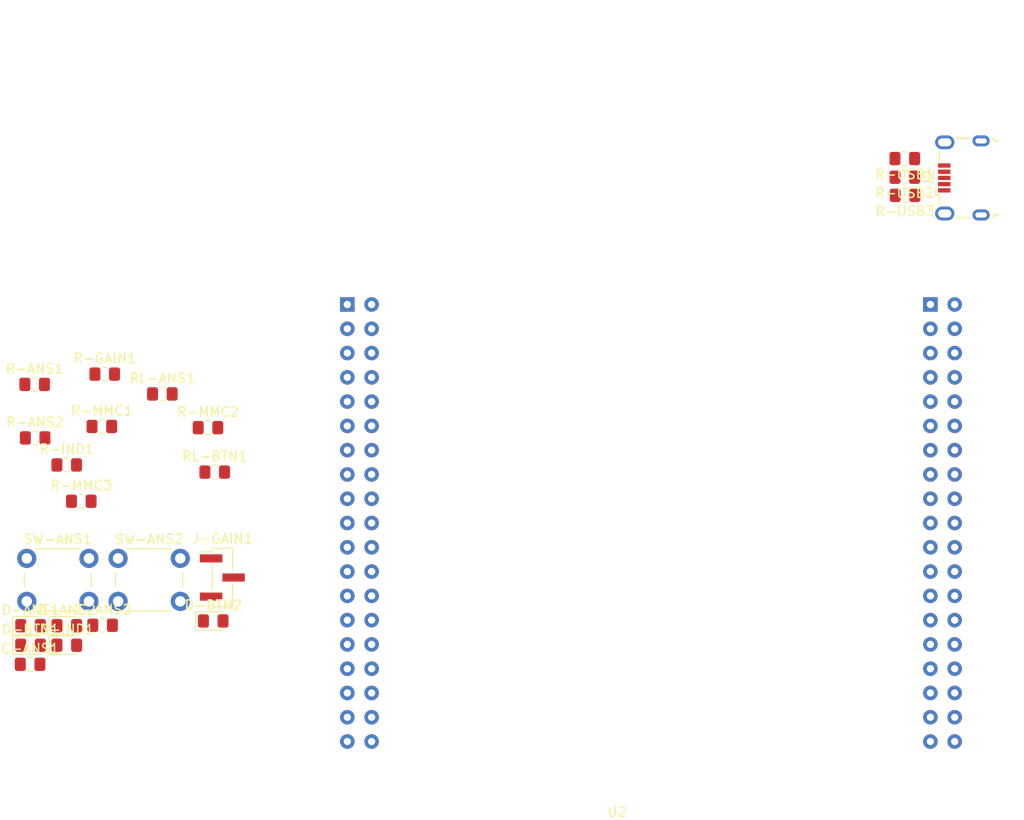
<source format=kicad_pcb>
(kicad_pcb (version 20171130) (host pcbnew 5.0.1)

  (general
    (thickness 1.6)
    (drawings 0)
    (tracks 0)
    (zones 0)
    (modules 24)
    (nets 87)
  )

  (page A4)
  (layers
    (0 F.Cu signal)
    (31 B.Cu signal)
    (32 B.Adhes user)
    (33 F.Adhes user)
    (34 B.Paste user)
    (35 F.Paste user)
    (36 B.SilkS user)
    (37 F.SilkS user)
    (38 B.Mask user)
    (39 F.Mask user)
    (40 Dwgs.User user)
    (41 Cmts.User user)
    (42 Eco1.User user)
    (43 Eco2.User user)
    (44 Edge.Cuts user)
    (45 Margin user)
    (46 B.CrtYd user)
    (47 F.CrtYd user)
    (48 B.Fab user)
    (49 F.Fab user)
  )

  (setup
    (last_trace_width 0.25)
    (trace_clearance 0.2)
    (zone_clearance 0.508)
    (zone_45_only no)
    (trace_min 0.2)
    (segment_width 0.2)
    (edge_width 0.15)
    (via_size 0.8)
    (via_drill 0.4)
    (via_min_size 0.4)
    (via_min_drill 0.3)
    (uvia_size 0.3)
    (uvia_drill 0.1)
    (uvias_allowed no)
    (uvia_min_size 0.2)
    (uvia_min_drill 0.1)
    (pcb_text_width 0.3)
    (pcb_text_size 1.5 1.5)
    (mod_edge_width 0.15)
    (mod_text_size 1 1)
    (mod_text_width 0.15)
    (pad_size 1.524 1.524)
    (pad_drill 0.762)
    (pad_to_mask_clearance 0.051)
    (solder_mask_min_width 0.25)
    (aux_axis_origin 0 0)
    (visible_elements FFFFFF7F)
    (pcbplotparams
      (layerselection 0x010fc_ffffffff)
      (usegerberextensions false)
      (usegerberattributes false)
      (usegerberadvancedattributes false)
      (creategerberjobfile false)
      (excludeedgelayer true)
      (linewidth 0.100000)
      (plotframeref false)
      (viasonmask false)
      (mode 1)
      (useauxorigin false)
      (hpglpennumber 1)
      (hpglpenspeed 20)
      (hpglpendiameter 15.000000)
      (psnegative false)
      (psa4output false)
      (plotreference true)
      (plotvalue true)
      (plotinvisibletext false)
      (padsonsilk false)
      (subtractmaskfromsilk false)
      (outputformat 1)
      (mirror false)
      (drillshape 1)
      (scaleselection 1)
      (outputdirectory ""))
  )

  (net 0 "")
  (net 1 /DAC_DIN)
  (net 2 /BTN_B)
  (net 3 "Net-(U2-Pad76)")
  (net 4 /LED_FALSE)
  (net 5 "Net-(U2-Pad74)")
  (net 6 "Net-(U2-Pad72)")
  (net 7 "Net-(U2-Pad70)")
  (net 8 "Net-(U2-Pad68)")
  (net 9 "Net-(U2-Pad66)")
  (net 10 "Net-(U2-Pad64)")
  (net 11 "Net-(U2-Pad62)")
  (net 12 "Net-(U2-Pad60)")
  (net 13 "Net-(U2-Pad58)")
  (net 14 "Net-(U2-Pad56)")
  (net 15 /DAC_LRC)
  (net 16 /USB_DM)
  (net 17 /USB_DP)
  (net 18 "Net-(U2-Pad48)")
  (net 19 "Net-(U2-Pad46)")
  (net 20 "Net-(U2-Pad44)")
  (net 21 "Net-(U2-Pad42)")
  (net 22 "Net-(U2-Pad40)")
  (net 23 /LED_TRUE)
  (net 24 "Net-(U2-Pad71)")
  (net 25 "Net-(U2-Pad69)")
  (net 26 "Net-(U2-Pad67)")
  (net 27 "Net-(U2-Pad65)")
  (net 28 /DAC_BCLK)
  (net 29 "Net-(U2-Pad61)")
  (net 30 "Net-(U2-Pad59)")
  (net 31 "Net-(U2-Pad57)")
  (net 32 "Net-(U2-Pad55)")
  (net 33 "Net-(U2-Pad53)")
  (net 34 "Net-(U2-Pad51)")
  (net 35 /LED)
  (net 36 "Net-(U2-Pad47)")
  (net 37 "Net-(U2-Pad45)")
  (net 38 "Net-(U2-Pad43)")
  (net 39 "Net-(U2-Pad41)")
  (net 40 "Net-(U2-Pad39)")
  (net 41 "Net-(U2-Pad35)")
  (net 42 "Net-(U2-Pad33)")
  (net 43 "Net-(U2-Pad31)")
  (net 44 "Net-(U2-Pad29)")
  (net 45 "Net-(U2-Pad27)")
  (net 46 "Net-(U2-Pad25)")
  (net 47 /BTN)
  (net 48 "Net-(U2-Pad21)")
  (net 49 "Net-(U2-Pad19)")
  (net 50 /MMC_NSS)
  (net 51 "Net-(U2-Pad15)")
  (net 52 "Net-(U2-Pad13)")
  (net 53 "Net-(U2-Pad11)")
  (net 54 "Net-(U2-Pad9)")
  (net 55 "Net-(U2-Pad7)")
  (net 56 VDD)
  (net 57 /MMC_MOSI)
  (net 58 /MMC_SCK)
  (net 59 /BTN_A)
  (net 60 /LED_B)
  (net 61 /LED_A)
  (net 62 /LED_IND)
  (net 63 "Net-(U2-Pad28)")
  (net 64 "Net-(U2-Pad26)")
  (net 65 "Net-(U2-Pad24)")
  (net 66 "Net-(U2-Pad22)")
  (net 67 "Net-(U2-Pad20)")
  (net 68 VCC)
  (net 69 "Net-(U2-Pad16)")
  (net 70 "Net-(U2-Pad14)")
  (net 71 "Net-(U2-Pad12)")
  (net 72 "Net-(U2-Pad10)")
  (net 73 GND)
  (net 74 "Net-(U2-Pad6)")
  (net 75 "Net-(U2-Pad4)")
  (net 76 /MMC_MISO)
  (net 77 "Net-(J2-Pad2)")
  (net 78 "Net-(J2-Pad3)")
  (net 79 "Net-(J2-Pad4)")
  (net 80 "Net-(J-DAC1-Pad4)")
  (net 81 "Net-(J-GAIN1-Pad2)")
  (net 82 "Net-(D-IND1-Pad2)")
  (net 83 "Net-(J1-Pad1)")
  (net 84 "Net-(J1-Pad8)")
  (net 85 "Net-(D-ANS1-Pad2)")
  (net 86 "Net-(D-BTN1-Pad2)")

  (net_class Default "This is the default net class."
    (clearance 0.2)
    (trace_width 0.25)
    (via_dia 0.8)
    (via_drill 0.4)
    (uvia_dia 0.3)
    (uvia_drill 0.1)
    (add_net /BTN)
    (add_net /BTN_A)
    (add_net /BTN_B)
    (add_net /DAC_BCLK)
    (add_net /DAC_DIN)
    (add_net /DAC_LRC)
    (add_net /LED)
    (add_net /LED_A)
    (add_net /LED_B)
    (add_net /LED_FALSE)
    (add_net /LED_IND)
    (add_net /LED_TRUE)
    (add_net /MMC_MISO)
    (add_net /MMC_MOSI)
    (add_net /MMC_NSS)
    (add_net /MMC_SCK)
    (add_net /USB_DM)
    (add_net /USB_DP)
    (add_net GND)
    (add_net "Net-(D-ANS1-Pad2)")
    (add_net "Net-(D-BTN1-Pad2)")
    (add_net "Net-(D-IND1-Pad2)")
    (add_net "Net-(J-DAC1-Pad4)")
    (add_net "Net-(J-GAIN1-Pad2)")
    (add_net "Net-(J1-Pad1)")
    (add_net "Net-(J1-Pad8)")
    (add_net "Net-(J2-Pad2)")
    (add_net "Net-(J2-Pad3)")
    (add_net "Net-(J2-Pad4)")
    (add_net "Net-(U2-Pad10)")
    (add_net "Net-(U2-Pad11)")
    (add_net "Net-(U2-Pad12)")
    (add_net "Net-(U2-Pad13)")
    (add_net "Net-(U2-Pad14)")
    (add_net "Net-(U2-Pad15)")
    (add_net "Net-(U2-Pad16)")
    (add_net "Net-(U2-Pad19)")
    (add_net "Net-(U2-Pad20)")
    (add_net "Net-(U2-Pad21)")
    (add_net "Net-(U2-Pad22)")
    (add_net "Net-(U2-Pad24)")
    (add_net "Net-(U2-Pad25)")
    (add_net "Net-(U2-Pad26)")
    (add_net "Net-(U2-Pad27)")
    (add_net "Net-(U2-Pad28)")
    (add_net "Net-(U2-Pad29)")
    (add_net "Net-(U2-Pad31)")
    (add_net "Net-(U2-Pad33)")
    (add_net "Net-(U2-Pad35)")
    (add_net "Net-(U2-Pad39)")
    (add_net "Net-(U2-Pad4)")
    (add_net "Net-(U2-Pad40)")
    (add_net "Net-(U2-Pad41)")
    (add_net "Net-(U2-Pad42)")
    (add_net "Net-(U2-Pad43)")
    (add_net "Net-(U2-Pad44)")
    (add_net "Net-(U2-Pad45)")
    (add_net "Net-(U2-Pad46)")
    (add_net "Net-(U2-Pad47)")
    (add_net "Net-(U2-Pad48)")
    (add_net "Net-(U2-Pad51)")
    (add_net "Net-(U2-Pad53)")
    (add_net "Net-(U2-Pad55)")
    (add_net "Net-(U2-Pad56)")
    (add_net "Net-(U2-Pad57)")
    (add_net "Net-(U2-Pad58)")
    (add_net "Net-(U2-Pad59)")
    (add_net "Net-(U2-Pad6)")
    (add_net "Net-(U2-Pad60)")
    (add_net "Net-(U2-Pad61)")
    (add_net "Net-(U2-Pad62)")
    (add_net "Net-(U2-Pad64)")
    (add_net "Net-(U2-Pad65)")
    (add_net "Net-(U2-Pad66)")
    (add_net "Net-(U2-Pad67)")
    (add_net "Net-(U2-Pad68)")
    (add_net "Net-(U2-Pad69)")
    (add_net "Net-(U2-Pad7)")
    (add_net "Net-(U2-Pad70)")
    (add_net "Net-(U2-Pad71)")
    (add_net "Net-(U2-Pad72)")
    (add_net "Net-(U2-Pad74)")
    (add_net "Net-(U2-Pad76)")
    (add_net "Net-(U2-Pad9)")
    (add_net VCC)
    (add_net VDD)
  )

  (module user:Nucleo-64 locked (layer F.Cu) (tedit 5CE1085B) (tstamp 5E27C589)
    (at 83.215 148.46)
    (path /5DF760AA)
    (fp_text reference U2 (at 28.194 7.366) (layer F.SilkS)
      (effects (font (size 1 1) (thickness 0.15)))
    )
    (fp_text value NUCLEO-64 (at 30.25 -27.25) (layer F.Fab)
      (effects (font (size 1 1) (thickness 0.15)))
    )
    (fp_circle (center 40.64 2.54) (end 42.379483 2.54) (layer F.Fab) (width 0.15))
    (fp_line (start -2.54 3.04) (end 8.250074 3.04) (layer F.CrtYd) (width 0.15))
    (fp_line (start 8.25 3.05) (end 10.25 5.05) (layer F.CrtYd) (width 0.15))
    (fp_line (start 10.249976 5.04) (end 43.25 5.04) (layer F.CrtYd) (width 0.15))
    (fp_line (start 43.23 5.02) (end 45.25 3.05) (layer F.CrtYd) (width 0.15))
    (fp_line (start 45.249963 3.04) (end 66.750026 3.04) (layer F.CrtYd) (width 0.15))
    (fp_line (start 66.75 3) (end 66.75 -52) (layer F.CrtYd) (width 0.15))
    (fp_line (start 66.75 -52) (end 52 -52) (layer F.CrtYd) (width 0.15))
    (fp_line (start 52 -52) (end 52 -53) (layer F.CrtYd) (width 0.15))
    (fp_line (start 52 -53) (end 66.75 -53) (layer F.CrtYd) (width 0.15))
    (fp_line (start 66.75 -53) (end 66.75 -77.5) (layer F.CrtYd) (width 0.15))
    (fp_line (start 66.750011 -77.46) (end -2.54 -77.46) (layer F.CrtYd) (width 0.15))
    (fp_line (start -2.54 -77.500037) (end -2.54 -52.999968) (layer F.CrtYd) (width 0.15))
    (fp_line (start -2.5 -53) (end 12.75 -53) (layer F.CrtYd) (width 0.15))
    (fp_line (start 12.75 -53) (end 12.75 -52) (layer F.CrtYd) (width 0.15))
    (fp_line (start 12.7 -52) (end -2.54 -52) (layer F.CrtYd) (width 0.15))
    (fp_line (start -2.54 -52.000014) (end -2.54 3.000013) (layer F.CrtYd) (width 0.15))
    (pad 37 thru_hole circle (at 0 0) (size 1.524 1.524) (drill 0.762) (layers *.Cu *.Mask)
      (net 1 /DAC_DIN))
    (pad 38 thru_hole circle (at 2.54 0) (size 1.524 1.524) (drill 0.762) (layers *.Cu *.Mask)
      (net 2 /BTN_B))
    (pad 76 thru_hole circle (at 63.5 0) (size 1.524 1.524) (drill 0.762) (layers *.Cu *.Mask)
      (net 3 "Net-(U2-Pad76)"))
    (pad 75 thru_hole circle (at 60.96 0) (size 1.524 1.524) (drill 0.762) (layers *.Cu *.Mask)
      (net 4 /LED_FALSE))
    (pad 74 thru_hole circle (at 63.5 -2.54) (size 1.524 1.524) (drill 0.762) (layers *.Cu *.Mask)
      (net 5 "Net-(U2-Pad74)"))
    (pad 72 thru_hole circle (at 63.5 -5.08) (size 1.524 1.524) (drill 0.762) (layers *.Cu *.Mask)
      (net 6 "Net-(U2-Pad72)"))
    (pad 70 thru_hole circle (at 63.5 -7.62) (size 1.524 1.524) (drill 0.762) (layers *.Cu *.Mask)
      (net 7 "Net-(U2-Pad70)"))
    (pad 68 thru_hole circle (at 63.5 -10.16) (size 1.524 1.524) (drill 0.762) (layers *.Cu *.Mask)
      (net 8 "Net-(U2-Pad68)"))
    (pad 66 thru_hole circle (at 63.5 -12.7) (size 1.524 1.524) (drill 0.762) (layers *.Cu *.Mask)
      (net 9 "Net-(U2-Pad66)"))
    (pad 64 thru_hole circle (at 63.5 -15.24) (size 1.524 1.524) (drill 0.762) (layers *.Cu *.Mask)
      (net 10 "Net-(U2-Pad64)"))
    (pad 62 thru_hole circle (at 63.5 -17.78) (size 1.524 1.524) (drill 0.762) (layers *.Cu *.Mask)
      (net 11 "Net-(U2-Pad62)"))
    (pad 60 thru_hole circle (at 63.5 -20.32) (size 1.524 1.524) (drill 0.762) (layers *.Cu *.Mask)
      (net 12 "Net-(U2-Pad60)"))
    (pad 58 thru_hole circle (at 63.5 -22.86) (size 1.524 1.524) (drill 0.762) (layers *.Cu *.Mask)
      (net 13 "Net-(U2-Pad58)"))
    (pad 56 thru_hole circle (at 63.5 -25.4) (size 1.524 1.524) (drill 0.762) (layers *.Cu *.Mask)
      (net 14 "Net-(U2-Pad56)"))
    (pad 54 thru_hole circle (at 63.5 -27.94) (size 1.524 1.524) (drill 0.762) (layers *.Cu *.Mask)
      (net 15 /DAC_LRC))
    (pad 52 thru_hole circle (at 63.5 -30.48) (size 1.524 1.524) (drill 0.762) (layers *.Cu *.Mask)
      (net 16 /USB_DM))
    (pad 50 thru_hole circle (at 63.5 -33.02) (size 1.524 1.524) (drill 0.762) (layers *.Cu *.Mask)
      (net 17 /USB_DP))
    (pad 48 thru_hole circle (at 63.5 -35.56) (size 1.524 1.524) (drill 0.762) (layers *.Cu *.Mask)
      (net 18 "Net-(U2-Pad48)"))
    (pad 46 thru_hole circle (at 63.5 -38.1) (size 1.524 1.524) (drill 0.762) (layers *.Cu *.Mask)
      (net 19 "Net-(U2-Pad46)"))
    (pad 44 thru_hole circle (at 63.5 -40.64) (size 1.524 1.524) (drill 0.762) (layers *.Cu *.Mask)
      (net 20 "Net-(U2-Pad44)"))
    (pad 42 thru_hole circle (at 63.5 -43.18) (size 1.524 1.524) (drill 0.762) (layers *.Cu *.Mask)
      (net 21 "Net-(U2-Pad42)"))
    (pad 40 thru_hole circle (at 63.5 -45.72) (size 1.524 1.524) (drill 0.762) (layers *.Cu *.Mask)
      (net 22 "Net-(U2-Pad40)"))
    (pad 73 thru_hole circle (at 60.96 -2.54) (size 1.524 1.524) (drill 0.762) (layers *.Cu *.Mask)
      (net 23 /LED_TRUE))
    (pad 71 thru_hole circle (at 60.96 -5.08) (size 1.524 1.524) (drill 0.762) (layers *.Cu *.Mask)
      (net 24 "Net-(U2-Pad71)"))
    (pad 69 thru_hole circle (at 60.96 -7.62) (size 1.524 1.524) (drill 0.762) (layers *.Cu *.Mask)
      (net 25 "Net-(U2-Pad69)"))
    (pad 67 thru_hole circle (at 60.96 -10.16) (size 1.524 1.524) (drill 0.762) (layers *.Cu *.Mask)
      (net 26 "Net-(U2-Pad67)"))
    (pad 65 thru_hole circle (at 60.96 -12.7) (size 1.524 1.524) (drill 0.762) (layers *.Cu *.Mask)
      (net 27 "Net-(U2-Pad65)"))
    (pad 63 thru_hole circle (at 60.96 -15.24) (size 1.524 1.524) (drill 0.762) (layers *.Cu *.Mask)
      (net 28 /DAC_BCLK))
    (pad 61 thru_hole circle (at 60.96 -17.78) (size 1.524 1.524) (drill 0.762) (layers *.Cu *.Mask)
      (net 29 "Net-(U2-Pad61)"))
    (pad 59 thru_hole circle (at 60.96 -20.32) (size 1.524 1.524) (drill 0.762) (layers *.Cu *.Mask)
      (net 30 "Net-(U2-Pad59)"))
    (pad 57 thru_hole circle (at 60.96 -22.86) (size 1.524 1.524) (drill 0.762) (layers *.Cu *.Mask)
      (net 31 "Net-(U2-Pad57)"))
    (pad 55 thru_hole circle (at 60.96 -25.4) (size 1.524 1.524) (drill 0.762) (layers *.Cu *.Mask)
      (net 32 "Net-(U2-Pad55)"))
    (pad 53 thru_hole circle (at 60.96 -27.94) (size 1.524 1.524) (drill 0.762) (layers *.Cu *.Mask)
      (net 33 "Net-(U2-Pad53)"))
    (pad 51 thru_hole circle (at 60.96 -30.48) (size 1.524 1.524) (drill 0.762) (layers *.Cu *.Mask)
      (net 34 "Net-(U2-Pad51)"))
    (pad 49 thru_hole circle (at 60.96 -33.02) (size 1.524 1.524) (drill 0.762) (layers *.Cu *.Mask)
      (net 35 /LED))
    (pad 47 thru_hole circle (at 60.96 -35.56) (size 1.524 1.524) (drill 0.762) (layers *.Cu *.Mask)
      (net 36 "Net-(U2-Pad47)"))
    (pad 45 thru_hole circle (at 60.96 -38.1) (size 1.524 1.524) (drill 0.762) (layers *.Cu *.Mask)
      (net 37 "Net-(U2-Pad45)"))
    (pad 43 thru_hole circle (at 60.96 -40.64) (size 1.524 1.524) (drill 0.762) (layers *.Cu *.Mask)
      (net 38 "Net-(U2-Pad43)"))
    (pad 41 thru_hole circle (at 60.96 -43.18) (size 1.524 1.524) (drill 0.762) (layers *.Cu *.Mask)
      (net 39 "Net-(U2-Pad41)"))
    (pad 39 thru_hole rect (at 60.96 -45.72) (size 1.524 1.524) (drill 0.762) (layers *.Cu *.Mask)
      (net 40 "Net-(U2-Pad39)"))
    (pad 35 thru_hole circle (at 0 -2.54) (size 1.524 1.524) (drill 0.762) (layers *.Cu *.Mask)
      (net 41 "Net-(U2-Pad35)"))
    (pad 33 thru_hole circle (at 0 -5.08) (size 1.524 1.524) (drill 0.762) (layers *.Cu *.Mask)
      (net 42 "Net-(U2-Pad33)"))
    (pad 31 thru_hole circle (at 0 -7.62) (size 1.524 1.524) (drill 0.762) (layers *.Cu *.Mask)
      (net 43 "Net-(U2-Pad31)"))
    (pad 29 thru_hole circle (at 0 -10.16) (size 1.524 1.524) (drill 0.762) (layers *.Cu *.Mask)
      (net 44 "Net-(U2-Pad29)"))
    (pad 27 thru_hole circle (at 0 -12.7) (size 1.524 1.524) (drill 0.762) (layers *.Cu *.Mask)
      (net 45 "Net-(U2-Pad27)"))
    (pad 25 thru_hole circle (at 0 -15.24) (size 1.524 1.524) (drill 0.762) (layers *.Cu *.Mask)
      (net 46 "Net-(U2-Pad25)"))
    (pad 23 thru_hole circle (at 0 -17.78) (size 1.524 1.524) (drill 0.762) (layers *.Cu *.Mask)
      (net 47 /BTN))
    (pad 21 thru_hole circle (at 0 -20.32) (size 1.524 1.524) (drill 0.762) (layers *.Cu *.Mask)
      (net 48 "Net-(U2-Pad21)"))
    (pad 19 thru_hole circle (at 0 -22.86) (size 1.524 1.524) (drill 0.762) (layers *.Cu *.Mask)
      (net 49 "Net-(U2-Pad19)"))
    (pad 17 thru_hole circle (at 0 -25.4) (size 1.524 1.524) (drill 0.762) (layers *.Cu *.Mask)
      (net 50 /MMC_NSS))
    (pad 15 thru_hole circle (at 0 -27.94) (size 1.524 1.524) (drill 0.762) (layers *.Cu *.Mask)
      (net 51 "Net-(U2-Pad15)"))
    (pad 13 thru_hole circle (at 0 -30.48) (size 1.524 1.524) (drill 0.762) (layers *.Cu *.Mask)
      (net 52 "Net-(U2-Pad13)"))
    (pad 11 thru_hole circle (at 0 -33.02) (size 1.524 1.524) (drill 0.762) (layers *.Cu *.Mask)
      (net 53 "Net-(U2-Pad11)"))
    (pad 9 thru_hole circle (at 0 -35.56) (size 1.524 1.524) (drill 0.762) (layers *.Cu *.Mask)
      (net 54 "Net-(U2-Pad9)"))
    (pad 7 thru_hole circle (at 0 -38.1) (size 1.524 1.524) (drill 0.762) (layers *.Cu *.Mask)
      (net 55 "Net-(U2-Pad7)"))
    (pad 5 thru_hole circle (at 0 -40.64) (size 1.524 1.524) (drill 0.762) (layers *.Cu *.Mask)
      (net 56 VDD))
    (pad 3 thru_hole circle (at 0 -43.18) (size 1.524 1.524) (drill 0.762) (layers *.Cu *.Mask)
      (net 57 /MMC_MOSI))
    (pad 1 thru_hole rect (at 0 -45.72) (size 1.524 1.524) (drill 0.762) (layers *.Cu *.Mask)
      (net 58 /MMC_SCK))
    (pad 36 thru_hole circle (at 2.54 -2.54) (size 1.524 1.524) (drill 0.762) (layers *.Cu *.Mask)
      (net 59 /BTN_A))
    (pad 34 thru_hole circle (at 2.54 -5.08) (size 1.524 1.524) (drill 0.762) (layers *.Cu *.Mask)
      (net 60 /LED_B))
    (pad 32 thru_hole circle (at 2.54 -7.62) (size 1.524 1.524) (drill 0.762) (layers *.Cu *.Mask)
      (net 61 /LED_A))
    (pad 30 thru_hole circle (at 2.54 -10.16) (size 1.524 1.524) (drill 0.762) (layers *.Cu *.Mask)
      (net 62 /LED_IND))
    (pad 28 thru_hole circle (at 2.54 -12.7) (size 1.524 1.524) (drill 0.762) (layers *.Cu *.Mask)
      (net 63 "Net-(U2-Pad28)"))
    (pad 26 thru_hole circle (at 2.54 -15.24) (size 1.524 1.524) (drill 0.762) (layers *.Cu *.Mask)
      (net 64 "Net-(U2-Pad26)"))
    (pad 24 thru_hole circle (at 2.54 -17.78) (size 1.524 1.524) (drill 0.762) (layers *.Cu *.Mask)
      (net 65 "Net-(U2-Pad24)"))
    (pad 22 thru_hole circle (at 2.54 -20.32) (size 1.524 1.524) (drill 0.762) (layers *.Cu *.Mask)
      (net 66 "Net-(U2-Pad22)"))
    (pad 20 thru_hole circle (at 2.54 -22.86) (size 1.524 1.524) (drill 0.762) (layers *.Cu *.Mask)
      (net 67 "Net-(U2-Pad20)"))
    (pad 18 thru_hole circle (at 2.54 -25.4) (size 1.524 1.524) (drill 0.762) (layers *.Cu *.Mask)
      (net 68 VCC))
    (pad 16 thru_hole circle (at 2.54 -27.94) (size 1.524 1.524) (drill 0.762) (layers *.Cu *.Mask)
      (net 69 "Net-(U2-Pad16)"))
    (pad 14 thru_hole circle (at 2.54 -30.48) (size 1.524 1.524) (drill 0.762) (layers *.Cu *.Mask)
      (net 70 "Net-(U2-Pad14)"))
    (pad 12 thru_hole circle (at 2.54 -33.02) (size 1.524 1.524) (drill 0.762) (layers *.Cu *.Mask)
      (net 71 "Net-(U2-Pad12)"))
    (pad 10 thru_hole circle (at 2.54 -35.56) (size 1.524 1.524) (drill 0.762) (layers *.Cu *.Mask)
      (net 72 "Net-(U2-Pad10)"))
    (pad 8 thru_hole circle (at 2.54 -38.1) (size 1.524 1.524) (drill 0.762) (layers *.Cu *.Mask)
      (net 73 GND))
    (pad 6 thru_hole circle (at 2.54 -40.64) (size 1.524 1.524) (drill 0.762) (layers *.Cu *.Mask)
      (net 74 "Net-(U2-Pad6)"))
    (pad 4 thru_hole circle (at 2.54 -43.18) (size 1.524 1.524) (drill 0.762) (layers *.Cu *.Mask)
      (net 75 "Net-(U2-Pad4)"))
    (pad 2 thru_hole circle (at 2.54 -45.72) (size 1.524 1.524) (drill 0.762) (layers *.Cu *.Mask)
      (net 76 /MMC_MISO))
    (model ${KIPRJMOD}/NUCLEO-F411RE.STEP
      (offset (xyz 40.5 -2.5 9))
      (scale (xyz 1 1 1))
      (rotate (xyz 0 0 0))
    )
  )

  (module Connector_USB:USB_Micro-B_Wuerth_629105150521 (layer F.Cu) (tedit 5A142044) (tstamp 5E27C895)
    (at 147.525 89.5 90)
    (descr "USB Micro-B receptacle, http://www.mouser.com/ds/2/445/629105150521-469306.pdf")
    (tags "usb micro receptacle")
    (path /5DF9FD65)
    (attr smd)
    (fp_text reference J2 (at 0 -3.5 90) (layer F.SilkS)
      (effects (font (size 1 1) (thickness 0.15)))
    )
    (fp_text value USB_B_Micro (at 0 5.6 90) (layer F.Fab)
      (effects (font (size 1 1) (thickness 0.15)))
    )
    (fp_line (start -4 -2.25) (end -4 3.15) (layer F.Fab) (width 0.15))
    (fp_line (start -4 3.15) (end -3.7 3.15) (layer F.Fab) (width 0.15))
    (fp_line (start -3.7 3.15) (end -3.7 4.35) (layer F.Fab) (width 0.15))
    (fp_line (start -3.7 4.35) (end 3.7 4.35) (layer F.Fab) (width 0.15))
    (fp_line (start 3.7 4.35) (end 3.7 3.15) (layer F.Fab) (width 0.15))
    (fp_line (start 3.7 3.15) (end 4 3.15) (layer F.Fab) (width 0.15))
    (fp_line (start 4 3.15) (end 4 -2.25) (layer F.Fab) (width 0.15))
    (fp_line (start 4 -2.25) (end -4 -2.25) (layer F.Fab) (width 0.15))
    (fp_line (start -2.7 3.75) (end 2.7 3.75) (layer F.Fab) (width 0.15))
    (fp_line (start -1.075 -2.725) (end -1.3 -2.55) (layer F.Fab) (width 0.15))
    (fp_line (start -1.3 -2.55) (end -1.525 -2.725) (layer F.Fab) (width 0.15))
    (fp_line (start -1.525 -2.725) (end -1.525 -2.95) (layer F.Fab) (width 0.15))
    (fp_line (start -1.525 -2.95) (end -1.075 -2.95) (layer F.Fab) (width 0.15))
    (fp_line (start -1.075 -2.95) (end -1.075 -2.725) (layer F.Fab) (width 0.15))
    (fp_line (start -4.15 -0.65) (end -4.15 0.75) (layer F.SilkS) (width 0.15))
    (fp_line (start -4.15 3.15) (end -4.15 3.3) (layer F.SilkS) (width 0.15))
    (fp_line (start -4.15 3.3) (end -3.85 3.3) (layer F.SilkS) (width 0.15))
    (fp_line (start -3.85 3.3) (end -3.85 3.75) (layer F.SilkS) (width 0.15))
    (fp_line (start 3.85 3.75) (end 3.85 3.3) (layer F.SilkS) (width 0.15))
    (fp_line (start 3.85 3.3) (end 4.15 3.3) (layer F.SilkS) (width 0.15))
    (fp_line (start 4.15 3.3) (end 4.15 3.15) (layer F.SilkS) (width 0.15))
    (fp_line (start 4.15 0.75) (end 4.15 -0.65) (layer F.SilkS) (width 0.15))
    (fp_line (start -1.075 -2.825) (end -1.8 -2.825) (layer F.SilkS) (width 0.15))
    (fp_line (start -1.8 -2.825) (end -1.8 -2.4) (layer F.SilkS) (width 0.15))
    (fp_line (start -1.8 -2.4) (end -2.8 -2.4) (layer F.SilkS) (width 0.15))
    (fp_line (start 1.8 -2.4) (end 2.8 -2.4) (layer F.SilkS) (width 0.15))
    (fp_line (start -4.94 -3.34) (end -4.94 4.85) (layer F.CrtYd) (width 0.05))
    (fp_line (start -4.94 4.85) (end 4.95 4.85) (layer F.CrtYd) (width 0.05))
    (fp_line (start 4.95 4.85) (end 4.95 -3.34) (layer F.CrtYd) (width 0.05))
    (fp_line (start 4.95 -3.34) (end -4.94 -3.34) (layer F.CrtYd) (width 0.05))
    (fp_text user %R (at 0 1.05 90) (layer F.Fab)
      (effects (font (size 1 1) (thickness 0.15)))
    )
    (fp_text user "PCB Edge" (at 0 3.75 90) (layer Dwgs.User)
      (effects (font (size 0.5 0.5) (thickness 0.08)))
    )
    (pad 1 smd rect (at -1.3 -1.9 90) (size 0.45 1.3) (layers F.Cu F.Paste F.Mask)
      (net 68 VCC))
    (pad 2 smd rect (at -0.65 -1.9 90) (size 0.45 1.3) (layers F.Cu F.Paste F.Mask)
      (net 77 "Net-(J2-Pad2)"))
    (pad 3 smd rect (at 0 -1.9 90) (size 0.45 1.3) (layers F.Cu F.Paste F.Mask)
      (net 78 "Net-(J2-Pad3)"))
    (pad 4 smd rect (at 0.65 -1.9 90) (size 0.45 1.3) (layers F.Cu F.Paste F.Mask)
      (net 79 "Net-(J2-Pad4)"))
    (pad 5 smd rect (at 1.3 -1.9 90) (size 0.45 1.3) (layers F.Cu F.Paste F.Mask)
      (net 73 GND))
    (pad 6 thru_hole oval (at -3.725 -1.85 90) (size 1.45 2) (drill oval 0.85 1.4) (layers *.Cu *.Mask)
      (net 73 GND))
    (pad 6 thru_hole oval (at 3.725 -1.85 90) (size 1.45 2) (drill oval 0.85 1.4) (layers *.Cu *.Mask)
      (net 73 GND))
    (pad 6 thru_hole oval (at -3.875 1.95 90) (size 1.15 1.8) (drill oval 0.55 1.2) (layers *.Cu *.Mask)
      (net 73 GND))
    (pad 6 thru_hole oval (at 3.875 1.95 90) (size 1.15 1.8) (drill oval 0.55 1.2) (layers *.Cu *.Mask)
      (net 73 GND))
    (pad "" np_thru_hole oval (at -2.5 -0.8 90) (size 0.8 0.8) (drill 0.8) (layers *.Cu *.Mask))
    (pad "" np_thru_hole oval (at 2.5 -0.8 90) (size 0.8 0.8) (drill 0.8) (layers *.Cu *.Mask))
    (model ${KISYS3DMOD}/Connector_USB.3dshapes/USB_Micro-B_Wuerth_629105150521.wrl
      (at (xyz 0 0 0))
      (scale (xyz 1 1 1))
      (rotate (xyz 0 0 0))
    )
  )

  (module Resistor_SMD:R_0805_2012Metric_Pad1.15x1.40mm_HandSolder (layer F.Cu) (tedit 5B36C52B) (tstamp 5E27CB6F)
    (at 50.525 111.1)
    (descr "Resistor SMD 0805 (2012 Metric), square (rectangular) end terminal, IPC_7351 nominal with elongated pad for handsoldering. (Body size source: https://docs.google.com/spreadsheets/d/1BsfQQcO9C6DZCsRaXUlFlo91Tg2WpOkGARC1WS5S8t0/edit?usp=sharing), generated with kicad-footprint-generator")
    (tags "resistor handsolder")
    (path /5DF889EC)
    (attr smd)
    (fp_text reference R-ANS1 (at 0 -1.65) (layer F.SilkS)
      (effects (font (size 1 1) (thickness 0.15)))
    )
    (fp_text value 10K (at 0 1.65) (layer F.Fab)
      (effects (font (size 1 1) (thickness 0.15)))
    )
    (fp_line (start -1 0.6) (end -1 -0.6) (layer F.Fab) (width 0.1))
    (fp_line (start -1 -0.6) (end 1 -0.6) (layer F.Fab) (width 0.1))
    (fp_line (start 1 -0.6) (end 1 0.6) (layer F.Fab) (width 0.1))
    (fp_line (start 1 0.6) (end -1 0.6) (layer F.Fab) (width 0.1))
    (fp_line (start -0.261252 -0.71) (end 0.261252 -0.71) (layer F.SilkS) (width 0.12))
    (fp_line (start -0.261252 0.71) (end 0.261252 0.71) (layer F.SilkS) (width 0.12))
    (fp_line (start -1.85 0.95) (end -1.85 -0.95) (layer F.CrtYd) (width 0.05))
    (fp_line (start -1.85 -0.95) (end 1.85 -0.95) (layer F.CrtYd) (width 0.05))
    (fp_line (start 1.85 -0.95) (end 1.85 0.95) (layer F.CrtYd) (width 0.05))
    (fp_line (start 1.85 0.95) (end -1.85 0.95) (layer F.CrtYd) (width 0.05))
    (fp_text user %R (at 0 0) (layer F.Fab)
      (effects (font (size 0.5 0.5) (thickness 0.08)))
    )
    (pad 1 smd roundrect (at -1.025 0) (size 1.15 1.4) (layers F.Cu F.Paste F.Mask) (roundrect_rratio 0.217391)
      (net 56 VDD))
    (pad 2 smd roundrect (at 1.025 0) (size 1.15 1.4) (layers F.Cu F.Paste F.Mask) (roundrect_rratio 0.217391)
      (net 59 /BTN_A))
    (model ${KISYS3DMOD}/Resistor_SMD.3dshapes/R_0805_2012Metric.wrl
      (at (xyz 0 0 0))
      (scale (xyz 1 1 1))
      (rotate (xyz 0 0 0))
    )
  )

  (module Resistor_SMD:R_0805_2012Metric_Pad1.15x1.40mm_HandSolder (layer F.Cu) (tedit 5B36C52B) (tstamp 5E27CB80)
    (at 50.575 116.7)
    (descr "Resistor SMD 0805 (2012 Metric), square (rectangular) end terminal, IPC_7351 nominal with elongated pad for handsoldering. (Body size source: https://docs.google.com/spreadsheets/d/1BsfQQcO9C6DZCsRaXUlFlo91Tg2WpOkGARC1WS5S8t0/edit?usp=sharing), generated with kicad-footprint-generator")
    (tags "resistor handsolder")
    (path /5DF8DA8D)
    (attr smd)
    (fp_text reference R-ANS2 (at 0 -1.65) (layer F.SilkS)
      (effects (font (size 1 1) (thickness 0.15)))
    )
    (fp_text value 10K (at 0 1.65) (layer F.Fab)
      (effects (font (size 1 1) (thickness 0.15)))
    )
    (fp_text user %R (at 0 0) (layer F.Fab)
      (effects (font (size 0.5 0.5) (thickness 0.08)))
    )
    (fp_line (start 1.85 0.95) (end -1.85 0.95) (layer F.CrtYd) (width 0.05))
    (fp_line (start 1.85 -0.95) (end 1.85 0.95) (layer F.CrtYd) (width 0.05))
    (fp_line (start -1.85 -0.95) (end 1.85 -0.95) (layer F.CrtYd) (width 0.05))
    (fp_line (start -1.85 0.95) (end -1.85 -0.95) (layer F.CrtYd) (width 0.05))
    (fp_line (start -0.261252 0.71) (end 0.261252 0.71) (layer F.SilkS) (width 0.12))
    (fp_line (start -0.261252 -0.71) (end 0.261252 -0.71) (layer F.SilkS) (width 0.12))
    (fp_line (start 1 0.6) (end -1 0.6) (layer F.Fab) (width 0.1))
    (fp_line (start 1 -0.6) (end 1 0.6) (layer F.Fab) (width 0.1))
    (fp_line (start -1 -0.6) (end 1 -0.6) (layer F.Fab) (width 0.1))
    (fp_line (start -1 0.6) (end -1 -0.6) (layer F.Fab) (width 0.1))
    (pad 2 smd roundrect (at 1.025 0) (size 1.15 1.4) (layers F.Cu F.Paste F.Mask) (roundrect_rratio 0.217391)
      (net 2 /BTN_B))
    (pad 1 smd roundrect (at -1.025 0) (size 1.15 1.4) (layers F.Cu F.Paste F.Mask) (roundrect_rratio 0.217391)
      (net 56 VDD))
    (model ${KISYS3DMOD}/Resistor_SMD.3dshapes/R_0805_2012Metric.wrl
      (at (xyz 0 0 0))
      (scale (xyz 1 1 1))
      (rotate (xyz 0 0 0))
    )
  )

  (module Resistor_SMD:R_0805_2012Metric_Pad1.15x1.40mm_HandSolder (layer F.Cu) (tedit 5B36C52B) (tstamp 5E27CB91)
    (at 57.85 110.025)
    (descr "Resistor SMD 0805 (2012 Metric), square (rectangular) end terminal, IPC_7351 nominal with elongated pad for handsoldering. (Body size source: https://docs.google.com/spreadsheets/d/1BsfQQcO9C6DZCsRaXUlFlo91Tg2WpOkGARC1WS5S8t0/edit?usp=sharing), generated with kicad-footprint-generator")
    (tags "resistor handsolder")
    (path /5DFDEB05)
    (attr smd)
    (fp_text reference R-GAIN1 (at 0 -1.65) (layer F.SilkS)
      (effects (font (size 1 1) (thickness 0.15)))
    )
    (fp_text value 100K (at 0 1.65) (layer F.Fab)
      (effects (font (size 1 1) (thickness 0.15)))
    )
    (fp_line (start -1 0.6) (end -1 -0.6) (layer F.Fab) (width 0.1))
    (fp_line (start -1 -0.6) (end 1 -0.6) (layer F.Fab) (width 0.1))
    (fp_line (start 1 -0.6) (end 1 0.6) (layer F.Fab) (width 0.1))
    (fp_line (start 1 0.6) (end -1 0.6) (layer F.Fab) (width 0.1))
    (fp_line (start -0.261252 -0.71) (end 0.261252 -0.71) (layer F.SilkS) (width 0.12))
    (fp_line (start -0.261252 0.71) (end 0.261252 0.71) (layer F.SilkS) (width 0.12))
    (fp_line (start -1.85 0.95) (end -1.85 -0.95) (layer F.CrtYd) (width 0.05))
    (fp_line (start -1.85 -0.95) (end 1.85 -0.95) (layer F.CrtYd) (width 0.05))
    (fp_line (start 1.85 -0.95) (end 1.85 0.95) (layer F.CrtYd) (width 0.05))
    (fp_line (start 1.85 0.95) (end -1.85 0.95) (layer F.CrtYd) (width 0.05))
    (fp_text user %R (at 0 0) (layer F.Fab)
      (effects (font (size 0.5 0.5) (thickness 0.08)))
    )
    (pad 1 smd roundrect (at -1.025 0) (size 1.15 1.4) (layers F.Cu F.Paste F.Mask) (roundrect_rratio 0.217391)
      (net 80 "Net-(J-DAC1-Pad4)"))
    (pad 2 smd roundrect (at 1.025 0) (size 1.15 1.4) (layers F.Cu F.Paste F.Mask) (roundrect_rratio 0.217391)
      (net 81 "Net-(J-GAIN1-Pad2)"))
    (model ${KISYS3DMOD}/Resistor_SMD.3dshapes/R_0805_2012Metric.wrl
      (at (xyz 0 0 0))
      (scale (xyz 1 1 1))
      (rotate (xyz 0 0 0))
    )
  )

  (module Resistor_SMD:R_0805_2012Metric_Pad1.15x1.40mm_HandSolder (layer F.Cu) (tedit 5B36C52B) (tstamp 5E27CBA2)
    (at 53.875 119.525)
    (descr "Resistor SMD 0805 (2012 Metric), square (rectangular) end terminal, IPC_7351 nominal with elongated pad for handsoldering. (Body size source: https://docs.google.com/spreadsheets/d/1BsfQQcO9C6DZCsRaXUlFlo91Tg2WpOkGARC1WS5S8t0/edit?usp=sharing), generated with kicad-footprint-generator")
    (tags "resistor handsolder")
    (path /5DFFE85F)
    (attr smd)
    (fp_text reference R-IND1 (at 0 -1.65) (layer F.SilkS)
      (effects (font (size 1 1) (thickness 0.15)))
    )
    (fp_text value 330 (at 0 1.65) (layer F.Fab)
      (effects (font (size 1 1) (thickness 0.15)))
    )
    (fp_text user %R (at 0 0) (layer F.Fab)
      (effects (font (size 0.5 0.5) (thickness 0.08)))
    )
    (fp_line (start 1.85 0.95) (end -1.85 0.95) (layer F.CrtYd) (width 0.05))
    (fp_line (start 1.85 -0.95) (end 1.85 0.95) (layer F.CrtYd) (width 0.05))
    (fp_line (start -1.85 -0.95) (end 1.85 -0.95) (layer F.CrtYd) (width 0.05))
    (fp_line (start -1.85 0.95) (end -1.85 -0.95) (layer F.CrtYd) (width 0.05))
    (fp_line (start -0.261252 0.71) (end 0.261252 0.71) (layer F.SilkS) (width 0.12))
    (fp_line (start -0.261252 -0.71) (end 0.261252 -0.71) (layer F.SilkS) (width 0.12))
    (fp_line (start 1 0.6) (end -1 0.6) (layer F.Fab) (width 0.1))
    (fp_line (start 1 -0.6) (end 1 0.6) (layer F.Fab) (width 0.1))
    (fp_line (start -1 -0.6) (end 1 -0.6) (layer F.Fab) (width 0.1))
    (fp_line (start -1 0.6) (end -1 -0.6) (layer F.Fab) (width 0.1))
    (pad 2 smd roundrect (at 1.025 0) (size 1.15 1.4) (layers F.Cu F.Paste F.Mask) (roundrect_rratio 0.217391)
      (net 82 "Net-(D-IND1-Pad2)"))
    (pad 1 smd roundrect (at -1.025 0) (size 1.15 1.4) (layers F.Cu F.Paste F.Mask) (roundrect_rratio 0.217391)
      (net 56 VDD))
    (model ${KISYS3DMOD}/Resistor_SMD.3dshapes/R_0805_2012Metric.wrl
      (at (xyz 0 0 0))
      (scale (xyz 1 1 1))
      (rotate (xyz 0 0 0))
    )
  )

  (module Resistor_SMD:R_0805_2012Metric_Pad1.15x1.40mm_HandSolder (layer F.Cu) (tedit 5B36C52B) (tstamp 5E27CBB3)
    (at 57.55 115.5)
    (descr "Resistor SMD 0805 (2012 Metric), square (rectangular) end terminal, IPC_7351 nominal with elongated pad for handsoldering. (Body size source: https://docs.google.com/spreadsheets/d/1BsfQQcO9C6DZCsRaXUlFlo91Tg2WpOkGARC1WS5S8t0/edit?usp=sharing), generated with kicad-footprint-generator")
    (tags "resistor handsolder")
    (path /5DF803DB)
    (attr smd)
    (fp_text reference R-MMC1 (at 0 -1.65) (layer F.SilkS)
      (effects (font (size 1 1) (thickness 0.15)))
    )
    (fp_text value 10K (at 0 1.65) (layer F.Fab)
      (effects (font (size 1 1) (thickness 0.15)))
    )
    (fp_line (start -1 0.6) (end -1 -0.6) (layer F.Fab) (width 0.1))
    (fp_line (start -1 -0.6) (end 1 -0.6) (layer F.Fab) (width 0.1))
    (fp_line (start 1 -0.6) (end 1 0.6) (layer F.Fab) (width 0.1))
    (fp_line (start 1 0.6) (end -1 0.6) (layer F.Fab) (width 0.1))
    (fp_line (start -0.261252 -0.71) (end 0.261252 -0.71) (layer F.SilkS) (width 0.12))
    (fp_line (start -0.261252 0.71) (end 0.261252 0.71) (layer F.SilkS) (width 0.12))
    (fp_line (start -1.85 0.95) (end -1.85 -0.95) (layer F.CrtYd) (width 0.05))
    (fp_line (start -1.85 -0.95) (end 1.85 -0.95) (layer F.CrtYd) (width 0.05))
    (fp_line (start 1.85 -0.95) (end 1.85 0.95) (layer F.CrtYd) (width 0.05))
    (fp_line (start 1.85 0.95) (end -1.85 0.95) (layer F.CrtYd) (width 0.05))
    (fp_text user %R (at 0 0) (layer F.Fab)
      (effects (font (size 0.5 0.5) (thickness 0.08)))
    )
    (pad 1 smd roundrect (at -1.025 0) (size 1.15 1.4) (layers F.Cu F.Paste F.Mask) (roundrect_rratio 0.217391)
      (net 83 "Net-(J1-Pad1)"))
    (pad 2 smd roundrect (at 1.025 0) (size 1.15 1.4) (layers F.Cu F.Paste F.Mask) (roundrect_rratio 0.217391)
      (net 56 VDD))
    (model ${KISYS3DMOD}/Resistor_SMD.3dshapes/R_0805_2012Metric.wrl
      (at (xyz 0 0 0))
      (scale (xyz 1 1 1))
      (rotate (xyz 0 0 0))
    )
  )

  (module Resistor_SMD:R_0805_2012Metric_Pad1.15x1.40mm_HandSolder (layer F.Cu) (tedit 5B36C52B) (tstamp 5E27CBC4)
    (at 68.65 115.625)
    (descr "Resistor SMD 0805 (2012 Metric), square (rectangular) end terminal, IPC_7351 nominal with elongated pad for handsoldering. (Body size source: https://docs.google.com/spreadsheets/d/1BsfQQcO9C6DZCsRaXUlFlo91Tg2WpOkGARC1WS5S8t0/edit?usp=sharing), generated with kicad-footprint-generator")
    (tags "resistor handsolder")
    (path /5DF81CF1)
    (attr smd)
    (fp_text reference R-MMC2 (at 0 -1.65) (layer F.SilkS)
      (effects (font (size 1 1) (thickness 0.15)))
    )
    (fp_text value 10K (at 0 1.65) (layer F.Fab)
      (effects (font (size 1 1) (thickness 0.15)))
    )
    (fp_text user %R (at 0 0) (layer F.Fab)
      (effects (font (size 0.5 0.5) (thickness 0.08)))
    )
    (fp_line (start 1.85 0.95) (end -1.85 0.95) (layer F.CrtYd) (width 0.05))
    (fp_line (start 1.85 -0.95) (end 1.85 0.95) (layer F.CrtYd) (width 0.05))
    (fp_line (start -1.85 -0.95) (end 1.85 -0.95) (layer F.CrtYd) (width 0.05))
    (fp_line (start -1.85 0.95) (end -1.85 -0.95) (layer F.CrtYd) (width 0.05))
    (fp_line (start -0.261252 0.71) (end 0.261252 0.71) (layer F.SilkS) (width 0.12))
    (fp_line (start -0.261252 -0.71) (end 0.261252 -0.71) (layer F.SilkS) (width 0.12))
    (fp_line (start 1 0.6) (end -1 0.6) (layer F.Fab) (width 0.1))
    (fp_line (start 1 -0.6) (end 1 0.6) (layer F.Fab) (width 0.1))
    (fp_line (start -1 -0.6) (end 1 -0.6) (layer F.Fab) (width 0.1))
    (fp_line (start -1 0.6) (end -1 -0.6) (layer F.Fab) (width 0.1))
    (pad 2 smd roundrect (at 1.025 0) (size 1.15 1.4) (layers F.Cu F.Paste F.Mask) (roundrect_rratio 0.217391)
      (net 56 VDD))
    (pad 1 smd roundrect (at -1.025 0) (size 1.15 1.4) (layers F.Cu F.Paste F.Mask) (roundrect_rratio 0.217391)
      (net 76 /MMC_MISO))
    (model ${KISYS3DMOD}/Resistor_SMD.3dshapes/R_0805_2012Metric.wrl
      (at (xyz 0 0 0))
      (scale (xyz 1 1 1))
      (rotate (xyz 0 0 0))
    )
  )

  (module Resistor_SMD:R_0805_2012Metric_Pad1.15x1.40mm_HandSolder (layer F.Cu) (tedit 5B36C52B) (tstamp 5E27CBD5)
    (at 55.400001 123.325001)
    (descr "Resistor SMD 0805 (2012 Metric), square (rectangular) end terminal, IPC_7351 nominal with elongated pad for handsoldering. (Body size source: https://docs.google.com/spreadsheets/d/1BsfQQcO9C6DZCsRaXUlFlo91Tg2WpOkGARC1WS5S8t0/edit?usp=sharing), generated with kicad-footprint-generator")
    (tags "resistor handsolder")
    (path /5DF81D47)
    (attr smd)
    (fp_text reference R-MMC3 (at 0 -1.65) (layer F.SilkS)
      (effects (font (size 1 1) (thickness 0.15)))
    )
    (fp_text value 10K (at 0 1.65) (layer F.Fab)
      (effects (font (size 1 1) (thickness 0.15)))
    )
    (fp_text user %R (at 0 0) (layer F.Fab)
      (effects (font (size 0.5 0.5) (thickness 0.08)))
    )
    (fp_line (start 1.85 0.95) (end -1.85 0.95) (layer F.CrtYd) (width 0.05))
    (fp_line (start 1.85 -0.95) (end 1.85 0.95) (layer F.CrtYd) (width 0.05))
    (fp_line (start -1.85 -0.95) (end 1.85 -0.95) (layer F.CrtYd) (width 0.05))
    (fp_line (start -1.85 0.95) (end -1.85 -0.95) (layer F.CrtYd) (width 0.05))
    (fp_line (start -0.261252 0.71) (end 0.261252 0.71) (layer F.SilkS) (width 0.12))
    (fp_line (start -0.261252 -0.71) (end 0.261252 -0.71) (layer F.SilkS) (width 0.12))
    (fp_line (start 1 0.6) (end -1 0.6) (layer F.Fab) (width 0.1))
    (fp_line (start 1 -0.6) (end 1 0.6) (layer F.Fab) (width 0.1))
    (fp_line (start -1 -0.6) (end 1 -0.6) (layer F.Fab) (width 0.1))
    (fp_line (start -1 0.6) (end -1 -0.6) (layer F.Fab) (width 0.1))
    (pad 2 smd roundrect (at 1.025 0) (size 1.15 1.4) (layers F.Cu F.Paste F.Mask) (roundrect_rratio 0.217391)
      (net 56 VDD))
    (pad 1 smd roundrect (at -1.025 0) (size 1.15 1.4) (layers F.Cu F.Paste F.Mask) (roundrect_rratio 0.217391)
      (net 84 "Net-(J1-Pad8)"))
    (model ${KISYS3DMOD}/Resistor_SMD.3dshapes/R_0805_2012Metric.wrl
      (at (xyz 0 0 0))
      (scale (xyz 1 1 1))
      (rotate (xyz 0 0 0))
    )
  )

  (module Resistor_SMD:R_0805_2012Metric_Pad1.15x1.40mm_HandSolder (layer F.Cu) (tedit 5B36C52B) (tstamp 5E27CBE6)
    (at 141.5 87.475 180)
    (descr "Resistor SMD 0805 (2012 Metric), square (rectangular) end terminal, IPC_7351 nominal with elongated pad for handsoldering. (Body size source: https://docs.google.com/spreadsheets/d/1BsfQQcO9C6DZCsRaXUlFlo91Tg2WpOkGARC1WS5S8t0/edit?usp=sharing), generated with kicad-footprint-generator")
    (tags "resistor handsolder")
    (path /5DFAEBDC)
    (attr smd)
    (fp_text reference R-USB1 (at 0 -1.65 180) (layer F.SilkS)
      (effects (font (size 1 1) (thickness 0.15)))
    )
    (fp_text value 4K7 (at 0 1.65 180) (layer F.Fab)
      (effects (font (size 1 1) (thickness 0.15)))
    )
    (fp_text user %R (at 0 0 180) (layer F.Fab)
      (effects (font (size 0.5 0.5) (thickness 0.08)))
    )
    (fp_line (start 1.85 0.95) (end -1.85 0.95) (layer F.CrtYd) (width 0.05))
    (fp_line (start 1.85 -0.95) (end 1.85 0.95) (layer F.CrtYd) (width 0.05))
    (fp_line (start -1.85 -0.95) (end 1.85 -0.95) (layer F.CrtYd) (width 0.05))
    (fp_line (start -1.85 0.95) (end -1.85 -0.95) (layer F.CrtYd) (width 0.05))
    (fp_line (start -0.261252 0.71) (end 0.261252 0.71) (layer F.SilkS) (width 0.12))
    (fp_line (start -0.261252 -0.71) (end 0.261252 -0.71) (layer F.SilkS) (width 0.12))
    (fp_line (start 1 0.6) (end -1 0.6) (layer F.Fab) (width 0.1))
    (fp_line (start 1 -0.6) (end 1 0.6) (layer F.Fab) (width 0.1))
    (fp_line (start -1 -0.6) (end 1 -0.6) (layer F.Fab) (width 0.1))
    (fp_line (start -1 0.6) (end -1 -0.6) (layer F.Fab) (width 0.1))
    (pad 2 smd roundrect (at 1.025 0 180) (size 1.15 1.4) (layers F.Cu F.Paste F.Mask) (roundrect_rratio 0.217391)
      (net 56 VDD))
    (pad 1 smd roundrect (at -1.025 0 180) (size 1.15 1.4) (layers F.Cu F.Paste F.Mask) (roundrect_rratio 0.217391)
      (net 78 "Net-(J2-Pad3)"))
    (model ${KISYS3DMOD}/Resistor_SMD.3dshapes/R_0805_2012Metric.wrl
      (at (xyz 0 0 0))
      (scale (xyz 1 1 1))
      (rotate (xyz 0 0 0))
    )
  )

  (module Resistor_SMD:R_0805_2012Metric_Pad1.15x1.40mm_HandSolder (layer F.Cu) (tedit 5B36C52B) (tstamp 5E27CBF7)
    (at 141.5 89.425 180)
    (descr "Resistor SMD 0805 (2012 Metric), square (rectangular) end terminal, IPC_7351 nominal with elongated pad for handsoldering. (Body size source: https://docs.google.com/spreadsheets/d/1BsfQQcO9C6DZCsRaXUlFlo91Tg2WpOkGARC1WS5S8t0/edit?usp=sharing), generated with kicad-footprint-generator")
    (tags "resistor handsolder")
    (path /5DFABD4C)
    (attr smd)
    (fp_text reference R-USB2 (at 0 -1.65 180) (layer F.SilkS)
      (effects (font (size 1 1) (thickness 0.15)))
    )
    (fp_text value 68 (at 0 1.65 180) (layer F.Fab)
      (effects (font (size 1 1) (thickness 0.15)))
    )
    (fp_line (start -1 0.6) (end -1 -0.6) (layer F.Fab) (width 0.1))
    (fp_line (start -1 -0.6) (end 1 -0.6) (layer F.Fab) (width 0.1))
    (fp_line (start 1 -0.6) (end 1 0.6) (layer F.Fab) (width 0.1))
    (fp_line (start 1 0.6) (end -1 0.6) (layer F.Fab) (width 0.1))
    (fp_line (start -0.261252 -0.71) (end 0.261252 -0.71) (layer F.SilkS) (width 0.12))
    (fp_line (start -0.261252 0.71) (end 0.261252 0.71) (layer F.SilkS) (width 0.12))
    (fp_line (start -1.85 0.95) (end -1.85 -0.95) (layer F.CrtYd) (width 0.05))
    (fp_line (start -1.85 -0.95) (end 1.85 -0.95) (layer F.CrtYd) (width 0.05))
    (fp_line (start 1.85 -0.95) (end 1.85 0.95) (layer F.CrtYd) (width 0.05))
    (fp_line (start 1.85 0.95) (end -1.85 0.95) (layer F.CrtYd) (width 0.05))
    (fp_text user %R (at 0 0 180) (layer F.Fab)
      (effects (font (size 0.5 0.5) (thickness 0.08)))
    )
    (pad 1 smd roundrect (at -1.025 0 180) (size 1.15 1.4) (layers F.Cu F.Paste F.Mask) (roundrect_rratio 0.217391)
      (net 78 "Net-(J2-Pad3)"))
    (pad 2 smd roundrect (at 1.025 0 180) (size 1.15 1.4) (layers F.Cu F.Paste F.Mask) (roundrect_rratio 0.217391)
      (net 17 /USB_DP))
    (model ${KISYS3DMOD}/Resistor_SMD.3dshapes/R_0805_2012Metric.wrl
      (at (xyz 0 0 0))
      (scale (xyz 1 1 1))
      (rotate (xyz 0 0 0))
    )
  )

  (module Resistor_SMD:R_0805_2012Metric_Pad1.15x1.40mm_HandSolder (layer F.Cu) (tedit 5B36C52B) (tstamp 5E27CC08)
    (at 141.525 91.325 180)
    (descr "Resistor SMD 0805 (2012 Metric), square (rectangular) end terminal, IPC_7351 nominal with elongated pad for handsoldering. (Body size source: https://docs.google.com/spreadsheets/d/1BsfQQcO9C6DZCsRaXUlFlo91Tg2WpOkGARC1WS5S8t0/edit?usp=sharing), generated with kicad-footprint-generator")
    (tags "resistor handsolder")
    (path /5DFABBF5)
    (attr smd)
    (fp_text reference R-USB3 (at 0 -1.65 180) (layer F.SilkS)
      (effects (font (size 1 1) (thickness 0.15)))
    )
    (fp_text value 68 (at 0 1.65 180) (layer F.Fab)
      (effects (font (size 1 1) (thickness 0.15)))
    )
    (fp_text user %R (at 0 0 180) (layer F.Fab)
      (effects (font (size 0.5 0.5) (thickness 0.08)))
    )
    (fp_line (start 1.85 0.95) (end -1.85 0.95) (layer F.CrtYd) (width 0.05))
    (fp_line (start 1.85 -0.95) (end 1.85 0.95) (layer F.CrtYd) (width 0.05))
    (fp_line (start -1.85 -0.95) (end 1.85 -0.95) (layer F.CrtYd) (width 0.05))
    (fp_line (start -1.85 0.95) (end -1.85 -0.95) (layer F.CrtYd) (width 0.05))
    (fp_line (start -0.261252 0.71) (end 0.261252 0.71) (layer F.SilkS) (width 0.12))
    (fp_line (start -0.261252 -0.71) (end 0.261252 -0.71) (layer F.SilkS) (width 0.12))
    (fp_line (start 1 0.6) (end -1 0.6) (layer F.Fab) (width 0.1))
    (fp_line (start 1 -0.6) (end 1 0.6) (layer F.Fab) (width 0.1))
    (fp_line (start -1 -0.6) (end 1 -0.6) (layer F.Fab) (width 0.1))
    (fp_line (start -1 0.6) (end -1 -0.6) (layer F.Fab) (width 0.1))
    (pad 2 smd roundrect (at 1.025 0 180) (size 1.15 1.4) (layers F.Cu F.Paste F.Mask) (roundrect_rratio 0.217391)
      (net 16 /USB_DM))
    (pad 1 smd roundrect (at -1.025 0 180) (size 1.15 1.4) (layers F.Cu F.Paste F.Mask) (roundrect_rratio 0.217391)
      (net 77 "Net-(J2-Pad2)"))
    (model ${KISYS3DMOD}/Resistor_SMD.3dshapes/R_0805_2012Metric.wrl
      (at (xyz 0 0 0))
      (scale (xyz 1 1 1))
      (rotate (xyz 0 0 0))
    )
  )

  (module Resistor_SMD:R_0805_2012Metric_Pad1.15x1.40mm_HandSolder (layer F.Cu) (tedit 5B36C52B) (tstamp 5E27CC19)
    (at 63.875 112.1)
    (descr "Resistor SMD 0805 (2012 Metric), square (rectangular) end terminal, IPC_7351 nominal with elongated pad for handsoldering. (Body size source: https://docs.google.com/spreadsheets/d/1BsfQQcO9C6DZCsRaXUlFlo91Tg2WpOkGARC1WS5S8t0/edit?usp=sharing), generated with kicad-footprint-generator")
    (tags "resistor handsolder")
    (path /5DF9171B)
    (attr smd)
    (fp_text reference RL-ANS1 (at 0 -1.65) (layer F.SilkS)
      (effects (font (size 1 1) (thickness 0.15)))
    )
    (fp_text value 330 (at 0 1.65) (layer F.Fab)
      (effects (font (size 1 1) (thickness 0.15)))
    )
    (fp_line (start -1 0.6) (end -1 -0.6) (layer F.Fab) (width 0.1))
    (fp_line (start -1 -0.6) (end 1 -0.6) (layer F.Fab) (width 0.1))
    (fp_line (start 1 -0.6) (end 1 0.6) (layer F.Fab) (width 0.1))
    (fp_line (start 1 0.6) (end -1 0.6) (layer F.Fab) (width 0.1))
    (fp_line (start -0.261252 -0.71) (end 0.261252 -0.71) (layer F.SilkS) (width 0.12))
    (fp_line (start -0.261252 0.71) (end 0.261252 0.71) (layer F.SilkS) (width 0.12))
    (fp_line (start -1.85 0.95) (end -1.85 -0.95) (layer F.CrtYd) (width 0.05))
    (fp_line (start -1.85 -0.95) (end 1.85 -0.95) (layer F.CrtYd) (width 0.05))
    (fp_line (start 1.85 -0.95) (end 1.85 0.95) (layer F.CrtYd) (width 0.05))
    (fp_line (start 1.85 0.95) (end -1.85 0.95) (layer F.CrtYd) (width 0.05))
    (fp_text user %R (at 0 0) (layer F.Fab)
      (effects (font (size 0.5 0.5) (thickness 0.08)))
    )
    (pad 1 smd roundrect (at -1.025 0) (size 1.15 1.4) (layers F.Cu F.Paste F.Mask) (roundrect_rratio 0.217391)
      (net 85 "Net-(D-ANS1-Pad2)"))
    (pad 2 smd roundrect (at 1.025 0) (size 1.15 1.4) (layers F.Cu F.Paste F.Mask) (roundrect_rratio 0.217391)
      (net 56 VDD))
    (model ${KISYS3DMOD}/Resistor_SMD.3dshapes/R_0805_2012Metric.wrl
      (at (xyz 0 0 0))
      (scale (xyz 1 1 1))
      (rotate (xyz 0 0 0))
    )
  )

  (module Resistor_SMD:R_0805_2012Metric_Pad1.15x1.40mm_HandSolder (layer F.Cu) (tedit 5B36C52B) (tstamp 5E27CC2A)
    (at 69.35 120.275)
    (descr "Resistor SMD 0805 (2012 Metric), square (rectangular) end terminal, IPC_7351 nominal with elongated pad for handsoldering. (Body size source: https://docs.google.com/spreadsheets/d/1BsfQQcO9C6DZCsRaXUlFlo91Tg2WpOkGARC1WS5S8t0/edit?usp=sharing), generated with kicad-footprint-generator")
    (tags "resistor handsolder")
    (path /5DF97D52)
    (attr smd)
    (fp_text reference RL-BTN1 (at 0 -1.65) (layer F.SilkS)
      (effects (font (size 1 1) (thickness 0.15)))
    )
    (fp_text value 330 (at 0 1.65) (layer F.Fab)
      (effects (font (size 1 1) (thickness 0.15)))
    )
    (fp_line (start -1 0.6) (end -1 -0.6) (layer F.Fab) (width 0.1))
    (fp_line (start -1 -0.6) (end 1 -0.6) (layer F.Fab) (width 0.1))
    (fp_line (start 1 -0.6) (end 1 0.6) (layer F.Fab) (width 0.1))
    (fp_line (start 1 0.6) (end -1 0.6) (layer F.Fab) (width 0.1))
    (fp_line (start -0.261252 -0.71) (end 0.261252 -0.71) (layer F.SilkS) (width 0.12))
    (fp_line (start -0.261252 0.71) (end 0.261252 0.71) (layer F.SilkS) (width 0.12))
    (fp_line (start -1.85 0.95) (end -1.85 -0.95) (layer F.CrtYd) (width 0.05))
    (fp_line (start -1.85 -0.95) (end 1.85 -0.95) (layer F.CrtYd) (width 0.05))
    (fp_line (start 1.85 -0.95) (end 1.85 0.95) (layer F.CrtYd) (width 0.05))
    (fp_line (start 1.85 0.95) (end -1.85 0.95) (layer F.CrtYd) (width 0.05))
    (fp_text user %R (at 0 0) (layer F.Fab)
      (effects (font (size 0.5 0.5) (thickness 0.08)))
    )
    (pad 1 smd roundrect (at -1.025 0) (size 1.15 1.4) (layers F.Cu F.Paste F.Mask) (roundrect_rratio 0.217391)
      (net 86 "Net-(D-BTN1-Pad2)"))
    (pad 2 smd roundrect (at 1.025 0) (size 1.15 1.4) (layers F.Cu F.Paste F.Mask) (roundrect_rratio 0.217391)
      (net 56 VDD))
    (model ${KISYS3DMOD}/Resistor_SMD.3dshapes/R_0805_2012Metric.wrl
      (at (xyz 0 0 0))
      (scale (xyz 1 1 1))
      (rotate (xyz 0 0 0))
    )
  )

  (module Capacitor_SMD:C_0805_2012Metric_Pad1.15x1.40mm_HandSolder (layer F.Cu) (tedit 5B36C52B) (tstamp 5E27D17D)
    (at 50.050001 140.380001)
    (descr "Capacitor SMD 0805 (2012 Metric), square (rectangular) end terminal, IPC_7351 nominal with elongated pad for handsoldering. (Body size source: https://docs.google.com/spreadsheets/d/1BsfQQcO9C6DZCsRaXUlFlo91Tg2WpOkGARC1WS5S8t0/edit?usp=sharing), generated with kicad-footprint-generator")
    (tags "capacitor handsolder")
    (path /5DF8A23D)
    (attr smd)
    (fp_text reference C-ANS1 (at 0 -1.65) (layer F.SilkS)
      (effects (font (size 1 1) (thickness 0.15)))
    )
    (fp_text value C (at 0 1.65) (layer F.Fab)
      (effects (font (size 1 1) (thickness 0.15)))
    )
    (fp_line (start -1 0.6) (end -1 -0.6) (layer F.Fab) (width 0.1))
    (fp_line (start -1 -0.6) (end 1 -0.6) (layer F.Fab) (width 0.1))
    (fp_line (start 1 -0.6) (end 1 0.6) (layer F.Fab) (width 0.1))
    (fp_line (start 1 0.6) (end -1 0.6) (layer F.Fab) (width 0.1))
    (fp_line (start -0.261252 -0.71) (end 0.261252 -0.71) (layer F.SilkS) (width 0.12))
    (fp_line (start -0.261252 0.71) (end 0.261252 0.71) (layer F.SilkS) (width 0.12))
    (fp_line (start -1.85 0.95) (end -1.85 -0.95) (layer F.CrtYd) (width 0.05))
    (fp_line (start -1.85 -0.95) (end 1.85 -0.95) (layer F.CrtYd) (width 0.05))
    (fp_line (start 1.85 -0.95) (end 1.85 0.95) (layer F.CrtYd) (width 0.05))
    (fp_line (start 1.85 0.95) (end -1.85 0.95) (layer F.CrtYd) (width 0.05))
    (fp_text user %R (at 0 0) (layer F.Fab)
      (effects (font (size 0.5 0.5) (thickness 0.08)))
    )
    (pad 1 smd roundrect (at -1.025 0) (size 1.15 1.4) (layers F.Cu F.Paste F.Mask) (roundrect_rratio 0.217391)
      (net 73 GND))
    (pad 2 smd roundrect (at 1.025 0) (size 1.15 1.4) (layers F.Cu F.Paste F.Mask) (roundrect_rratio 0.217391)
      (net 59 /BTN_A))
    (model ${KISYS3DMOD}/Capacitor_SMD.3dshapes/C_0805_2012Metric.wrl
      (at (xyz 0 0 0))
      (scale (xyz 1 1 1))
      (rotate (xyz 0 0 0))
    )
  )

  (module Capacitor_SMD:C_0805_2012Metric_Pad1.15x1.40mm_HandSolder (layer F.Cu) (tedit 5B36C52B) (tstamp 5E27D18E)
    (at 57.630001 136.300001)
    (descr "Capacitor SMD 0805 (2012 Metric), square (rectangular) end terminal, IPC_7351 nominal with elongated pad for handsoldering. (Body size source: https://docs.google.com/spreadsheets/d/1BsfQQcO9C6DZCsRaXUlFlo91Tg2WpOkGARC1WS5S8t0/edit?usp=sharing), generated with kicad-footprint-generator")
    (tags "capacitor handsolder")
    (path /5DF8DA98)
    (attr smd)
    (fp_text reference C-ANS2 (at 0 -1.65) (layer F.SilkS)
      (effects (font (size 1 1) (thickness 0.15)))
    )
    (fp_text value C (at 0 1.65) (layer F.Fab)
      (effects (font (size 1 1) (thickness 0.15)))
    )
    (fp_text user %R (at 0 0) (layer F.Fab)
      (effects (font (size 0.5 0.5) (thickness 0.08)))
    )
    (fp_line (start 1.85 0.95) (end -1.85 0.95) (layer F.CrtYd) (width 0.05))
    (fp_line (start 1.85 -0.95) (end 1.85 0.95) (layer F.CrtYd) (width 0.05))
    (fp_line (start -1.85 -0.95) (end 1.85 -0.95) (layer F.CrtYd) (width 0.05))
    (fp_line (start -1.85 0.95) (end -1.85 -0.95) (layer F.CrtYd) (width 0.05))
    (fp_line (start -0.261252 0.71) (end 0.261252 0.71) (layer F.SilkS) (width 0.12))
    (fp_line (start -0.261252 -0.71) (end 0.261252 -0.71) (layer F.SilkS) (width 0.12))
    (fp_line (start 1 0.6) (end -1 0.6) (layer F.Fab) (width 0.1))
    (fp_line (start 1 -0.6) (end 1 0.6) (layer F.Fab) (width 0.1))
    (fp_line (start -1 -0.6) (end 1 -0.6) (layer F.Fab) (width 0.1))
    (fp_line (start -1 0.6) (end -1 -0.6) (layer F.Fab) (width 0.1))
    (pad 2 smd roundrect (at 1.025 0) (size 1.15 1.4) (layers F.Cu F.Paste F.Mask) (roundrect_rratio 0.217391)
      (net 2 /BTN_B))
    (pad 1 smd roundrect (at -1.025 0) (size 1.15 1.4) (layers F.Cu F.Paste F.Mask) (roundrect_rratio 0.217391)
      (net 73 GND))
    (model ${KISYS3DMOD}/Capacitor_SMD.3dshapes/C_0805_2012Metric.wrl
      (at (xyz 0 0 0))
      (scale (xyz 1 1 1))
      (rotate (xyz 0 0 0))
    )
  )

  (module LED_SMD:LED_0805_2012Metric_Pad1.15x1.40mm_HandSolder (layer F.Cu) (tedit 5B4B45C9) (tstamp 5E27D1A1)
    (at 50.095001 136.345001)
    (descr "LED SMD 0805 (2012 Metric), square (rectangular) end terminal, IPC_7351 nominal, (Body size source: https://docs.google.com/spreadsheets/d/1BsfQQcO9C6DZCsRaXUlFlo91Tg2WpOkGARC1WS5S8t0/edit?usp=sharing), generated with kicad-footprint-generator")
    (tags "LED handsolder")
    (path /5DF91865)
    (attr smd)
    (fp_text reference D-ANS1 (at 0 -1.65) (layer F.SilkS)
      (effects (font (size 1 1) (thickness 0.15)))
    )
    (fp_text value LED (at 0 1.65) (layer F.Fab)
      (effects (font (size 1 1) (thickness 0.15)))
    )
    (fp_line (start 1 -0.6) (end -0.7 -0.6) (layer F.Fab) (width 0.1))
    (fp_line (start -0.7 -0.6) (end -1 -0.3) (layer F.Fab) (width 0.1))
    (fp_line (start -1 -0.3) (end -1 0.6) (layer F.Fab) (width 0.1))
    (fp_line (start -1 0.6) (end 1 0.6) (layer F.Fab) (width 0.1))
    (fp_line (start 1 0.6) (end 1 -0.6) (layer F.Fab) (width 0.1))
    (fp_line (start 1 -0.96) (end -1.86 -0.96) (layer F.SilkS) (width 0.12))
    (fp_line (start -1.86 -0.96) (end -1.86 0.96) (layer F.SilkS) (width 0.12))
    (fp_line (start -1.86 0.96) (end 1 0.96) (layer F.SilkS) (width 0.12))
    (fp_line (start -1.85 0.95) (end -1.85 -0.95) (layer F.CrtYd) (width 0.05))
    (fp_line (start -1.85 -0.95) (end 1.85 -0.95) (layer F.CrtYd) (width 0.05))
    (fp_line (start 1.85 -0.95) (end 1.85 0.95) (layer F.CrtYd) (width 0.05))
    (fp_line (start 1.85 0.95) (end -1.85 0.95) (layer F.CrtYd) (width 0.05))
    (fp_text user %R (at 0 0) (layer F.Fab)
      (effects (font (size 0.5 0.5) (thickness 0.08)))
    )
    (pad 1 smd roundrect (at -1.025 0) (size 1.15 1.4) (layers F.Cu F.Paste F.Mask) (roundrect_rratio 0.217391)
      (net 23 /LED_TRUE))
    (pad 2 smd roundrect (at 1.025 0) (size 1.15 1.4) (layers F.Cu F.Paste F.Mask) (roundrect_rratio 0.217391)
      (net 85 "Net-(D-ANS1-Pad2)"))
    (model ${KISYS3DMOD}/LED_SMD.3dshapes/LED_0805_2012Metric.wrl
      (at (xyz 0 0 0))
      (scale (xyz 1 1 1))
      (rotate (xyz 0 0 0))
    )
  )

  (module LED_SMD:LED_0805_2012Metric_Pad1.15x1.40mm_HandSolder (layer F.Cu) (tedit 5B4B45C9) (tstamp 5E27D1B4)
    (at 53.885001 136.345001)
    (descr "LED SMD 0805 (2012 Metric), square (rectangular) end terminal, IPC_7351 nominal, (Body size source: https://docs.google.com/spreadsheets/d/1BsfQQcO9C6DZCsRaXUlFlo91Tg2WpOkGARC1WS5S8t0/edit?usp=sharing), generated with kicad-footprint-generator")
    (tags "LED handsolder")
    (path /5DF91941)
    (attr smd)
    (fp_text reference D-ANS2 (at 0 -1.65) (layer F.SilkS)
      (effects (font (size 1 1) (thickness 0.15)))
    )
    (fp_text value LED (at 0 1.65) (layer F.Fab)
      (effects (font (size 1 1) (thickness 0.15)))
    )
    (fp_text user %R (at 0 0) (layer F.Fab)
      (effects (font (size 0.5 0.5) (thickness 0.08)))
    )
    (fp_line (start 1.85 0.95) (end -1.85 0.95) (layer F.CrtYd) (width 0.05))
    (fp_line (start 1.85 -0.95) (end 1.85 0.95) (layer F.CrtYd) (width 0.05))
    (fp_line (start -1.85 -0.95) (end 1.85 -0.95) (layer F.CrtYd) (width 0.05))
    (fp_line (start -1.85 0.95) (end -1.85 -0.95) (layer F.CrtYd) (width 0.05))
    (fp_line (start -1.86 0.96) (end 1 0.96) (layer F.SilkS) (width 0.12))
    (fp_line (start -1.86 -0.96) (end -1.86 0.96) (layer F.SilkS) (width 0.12))
    (fp_line (start 1 -0.96) (end -1.86 -0.96) (layer F.SilkS) (width 0.12))
    (fp_line (start 1 0.6) (end 1 -0.6) (layer F.Fab) (width 0.1))
    (fp_line (start -1 0.6) (end 1 0.6) (layer F.Fab) (width 0.1))
    (fp_line (start -1 -0.3) (end -1 0.6) (layer F.Fab) (width 0.1))
    (fp_line (start -0.7 -0.6) (end -1 -0.3) (layer F.Fab) (width 0.1))
    (fp_line (start 1 -0.6) (end -0.7 -0.6) (layer F.Fab) (width 0.1))
    (pad 2 smd roundrect (at 1.025 0) (size 1.15 1.4) (layers F.Cu F.Paste F.Mask) (roundrect_rratio 0.217391)
      (net 85 "Net-(D-ANS1-Pad2)"))
    (pad 1 smd roundrect (at -1.025 0) (size 1.15 1.4) (layers F.Cu F.Paste F.Mask) (roundrect_rratio 0.217391)
      (net 4 /LED_FALSE))
    (model ${KISYS3DMOD}/LED_SMD.3dshapes/LED_0805_2012Metric.wrl
      (at (xyz 0 0 0))
      (scale (xyz 1 1 1))
      (rotate (xyz 0 0 0))
    )
  )

  (module LED_SMD:LED_0805_2012Metric_Pad1.15x1.40mm_HandSolder (layer F.Cu) (tedit 5B4B45C9) (tstamp 5E27D1C7)
    (at 50.095001 138.385001)
    (descr "LED SMD 0805 (2012 Metric), square (rectangular) end terminal, IPC_7351 nominal, (Body size source: https://docs.google.com/spreadsheets/d/1BsfQQcO9C6DZCsRaXUlFlo91Tg2WpOkGARC1WS5S8t0/edit?usp=sharing), generated with kicad-footprint-generator")
    (tags "LED handsolder")
    (path /5DF97D59)
    (attr smd)
    (fp_text reference D-BTN1 (at 0 -1.65) (layer F.SilkS)
      (effects (font (size 1 1) (thickness 0.15)))
    )
    (fp_text value LED (at 0 1.65) (layer F.Fab)
      (effects (font (size 1 1) (thickness 0.15)))
    )
    (fp_line (start 1 -0.6) (end -0.7 -0.6) (layer F.Fab) (width 0.1))
    (fp_line (start -0.7 -0.6) (end -1 -0.3) (layer F.Fab) (width 0.1))
    (fp_line (start -1 -0.3) (end -1 0.6) (layer F.Fab) (width 0.1))
    (fp_line (start -1 0.6) (end 1 0.6) (layer F.Fab) (width 0.1))
    (fp_line (start 1 0.6) (end 1 -0.6) (layer F.Fab) (width 0.1))
    (fp_line (start 1 -0.96) (end -1.86 -0.96) (layer F.SilkS) (width 0.12))
    (fp_line (start -1.86 -0.96) (end -1.86 0.96) (layer F.SilkS) (width 0.12))
    (fp_line (start -1.86 0.96) (end 1 0.96) (layer F.SilkS) (width 0.12))
    (fp_line (start -1.85 0.95) (end -1.85 -0.95) (layer F.CrtYd) (width 0.05))
    (fp_line (start -1.85 -0.95) (end 1.85 -0.95) (layer F.CrtYd) (width 0.05))
    (fp_line (start 1.85 -0.95) (end 1.85 0.95) (layer F.CrtYd) (width 0.05))
    (fp_line (start 1.85 0.95) (end -1.85 0.95) (layer F.CrtYd) (width 0.05))
    (fp_text user %R (at 0 0) (layer F.Fab)
      (effects (font (size 0.5 0.5) (thickness 0.08)))
    )
    (pad 1 smd roundrect (at -1.025 0) (size 1.15 1.4) (layers F.Cu F.Paste F.Mask) (roundrect_rratio 0.217391)
      (net 61 /LED_A))
    (pad 2 smd roundrect (at 1.025 0) (size 1.15 1.4) (layers F.Cu F.Paste F.Mask) (roundrect_rratio 0.217391)
      (net 86 "Net-(D-BTN1-Pad2)"))
    (model ${KISYS3DMOD}/LED_SMD.3dshapes/LED_0805_2012Metric.wrl
      (at (xyz 0 0 0))
      (scale (xyz 1 1 1))
      (rotate (xyz 0 0 0))
    )
  )

  (module LED_SMD:LED_0805_2012Metric_Pad1.15x1.40mm_HandSolder (layer F.Cu) (tedit 5B4B45C9) (tstamp 5E27D1DA)
    (at 69.195001 135.845001)
    (descr "LED SMD 0805 (2012 Metric), square (rectangular) end terminal, IPC_7351 nominal, (Body size source: https://docs.google.com/spreadsheets/d/1BsfQQcO9C6DZCsRaXUlFlo91Tg2WpOkGARC1WS5S8t0/edit?usp=sharing), generated with kicad-footprint-generator")
    (tags "LED handsolder")
    (path /5DF97D60)
    (attr smd)
    (fp_text reference D-BTN2 (at 0 -1.65) (layer F.SilkS)
      (effects (font (size 1 1) (thickness 0.15)))
    )
    (fp_text value LED (at 0 1.65) (layer F.Fab)
      (effects (font (size 1 1) (thickness 0.15)))
    )
    (fp_text user %R (at 0 0) (layer F.Fab)
      (effects (font (size 0.5 0.5) (thickness 0.08)))
    )
    (fp_line (start 1.85 0.95) (end -1.85 0.95) (layer F.CrtYd) (width 0.05))
    (fp_line (start 1.85 -0.95) (end 1.85 0.95) (layer F.CrtYd) (width 0.05))
    (fp_line (start -1.85 -0.95) (end 1.85 -0.95) (layer F.CrtYd) (width 0.05))
    (fp_line (start -1.85 0.95) (end -1.85 -0.95) (layer F.CrtYd) (width 0.05))
    (fp_line (start -1.86 0.96) (end 1 0.96) (layer F.SilkS) (width 0.12))
    (fp_line (start -1.86 -0.96) (end -1.86 0.96) (layer F.SilkS) (width 0.12))
    (fp_line (start 1 -0.96) (end -1.86 -0.96) (layer F.SilkS) (width 0.12))
    (fp_line (start 1 0.6) (end 1 -0.6) (layer F.Fab) (width 0.1))
    (fp_line (start -1 0.6) (end 1 0.6) (layer F.Fab) (width 0.1))
    (fp_line (start -1 -0.3) (end -1 0.6) (layer F.Fab) (width 0.1))
    (fp_line (start -0.7 -0.6) (end -1 -0.3) (layer F.Fab) (width 0.1))
    (fp_line (start 1 -0.6) (end -0.7 -0.6) (layer F.Fab) (width 0.1))
    (pad 2 smd roundrect (at 1.025 0) (size 1.15 1.4) (layers F.Cu F.Paste F.Mask) (roundrect_rratio 0.217391)
      (net 86 "Net-(D-BTN1-Pad2)"))
    (pad 1 smd roundrect (at -1.025 0) (size 1.15 1.4) (layers F.Cu F.Paste F.Mask) (roundrect_rratio 0.217391)
      (net 60 /LED_B))
    (model ${KISYS3DMOD}/LED_SMD.3dshapes/LED_0805_2012Metric.wrl
      (at (xyz 0 0 0))
      (scale (xyz 1 1 1))
      (rotate (xyz 0 0 0))
    )
  )

  (module LED_SMD:LED_0805_2012Metric_Pad1.15x1.40mm_HandSolder (layer F.Cu) (tedit 5B4B45C9) (tstamp 5E27D1ED)
    (at 53.885001 138.385001)
    (descr "LED SMD 0805 (2012 Metric), square (rectangular) end terminal, IPC_7351 nominal, (Body size source: https://docs.google.com/spreadsheets/d/1BsfQQcO9C6DZCsRaXUlFlo91Tg2WpOkGARC1WS5S8t0/edit?usp=sharing), generated with kicad-footprint-generator")
    (tags "LED handsolder")
    (path /5E002253)
    (attr smd)
    (fp_text reference D-IND1 (at 0 -1.65) (layer F.SilkS)
      (effects (font (size 1 1) (thickness 0.15)))
    )
    (fp_text value LED (at 0 1.65) (layer F.Fab)
      (effects (font (size 1 1) (thickness 0.15)))
    )
    (fp_line (start 1 -0.6) (end -0.7 -0.6) (layer F.Fab) (width 0.1))
    (fp_line (start -0.7 -0.6) (end -1 -0.3) (layer F.Fab) (width 0.1))
    (fp_line (start -1 -0.3) (end -1 0.6) (layer F.Fab) (width 0.1))
    (fp_line (start -1 0.6) (end 1 0.6) (layer F.Fab) (width 0.1))
    (fp_line (start 1 0.6) (end 1 -0.6) (layer F.Fab) (width 0.1))
    (fp_line (start 1 -0.96) (end -1.86 -0.96) (layer F.SilkS) (width 0.12))
    (fp_line (start -1.86 -0.96) (end -1.86 0.96) (layer F.SilkS) (width 0.12))
    (fp_line (start -1.86 0.96) (end 1 0.96) (layer F.SilkS) (width 0.12))
    (fp_line (start -1.85 0.95) (end -1.85 -0.95) (layer F.CrtYd) (width 0.05))
    (fp_line (start -1.85 -0.95) (end 1.85 -0.95) (layer F.CrtYd) (width 0.05))
    (fp_line (start 1.85 -0.95) (end 1.85 0.95) (layer F.CrtYd) (width 0.05))
    (fp_line (start 1.85 0.95) (end -1.85 0.95) (layer F.CrtYd) (width 0.05))
    (fp_text user %R (at 0 0) (layer F.Fab)
      (effects (font (size 0.5 0.5) (thickness 0.08)))
    )
    (pad 1 smd roundrect (at -1.025 0) (size 1.15 1.4) (layers F.Cu F.Paste F.Mask) (roundrect_rratio 0.217391)
      (net 62 /LED_IND))
    (pad 2 smd roundrect (at 1.025 0) (size 1.15 1.4) (layers F.Cu F.Paste F.Mask) (roundrect_rratio 0.217391)
      (net 82 "Net-(D-IND1-Pad2)"))
    (model ${KISYS3DMOD}/LED_SMD.3dshapes/LED_0805_2012Metric.wrl
      (at (xyz 0 0 0))
      (scale (xyz 1 1 1))
      (rotate (xyz 0 0 0))
    )
  )

  (module Connector_PinHeader_2.00mm:PinHeader_1x03_P2.00mm_Vertical_SMD_Pin1Left (layer F.Cu) (tedit 59FED667) (tstamp 5E27D20F)
    (at 70.150001 131.300001)
    (descr "surface-mounted straight pin header, 1x03, 2.00mm pitch, single row, style 1 (pin 1 left)")
    (tags "Surface mounted pin header SMD 1x03 2.00mm single row style1 pin1 left")
    (path /5DFE447F)
    (attr smd)
    (fp_text reference J-GAIN1 (at 0 -4.06) (layer F.SilkS)
      (effects (font (size 1 1) (thickness 0.15)))
    )
    (fp_text value Conn_01x03_Male (at 0 4.06) (layer F.Fab)
      (effects (font (size 1 1) (thickness 0.15)))
    )
    (fp_line (start 1 3) (end -1 3) (layer F.Fab) (width 0.1))
    (fp_line (start -0.25 -3) (end 1 -3) (layer F.Fab) (width 0.1))
    (fp_line (start -1 3) (end -1 -2.25) (layer F.Fab) (width 0.1))
    (fp_line (start -1 -2.25) (end -0.25 -3) (layer F.Fab) (width 0.1))
    (fp_line (start 1 -3) (end 1 3) (layer F.Fab) (width 0.1))
    (fp_line (start -1 -2.25) (end -2.1 -2.25) (layer F.Fab) (width 0.1))
    (fp_line (start -2.1 -2.25) (end -2.1 -1.75) (layer F.Fab) (width 0.1))
    (fp_line (start -2.1 -1.75) (end -1 -1.75) (layer F.Fab) (width 0.1))
    (fp_line (start -1 1.75) (end -2.1 1.75) (layer F.Fab) (width 0.1))
    (fp_line (start -2.1 1.75) (end -2.1 2.25) (layer F.Fab) (width 0.1))
    (fp_line (start -2.1 2.25) (end -1 2.25) (layer F.Fab) (width 0.1))
    (fp_line (start 1 -0.25) (end 2.1 -0.25) (layer F.Fab) (width 0.1))
    (fp_line (start 2.1 -0.25) (end 2.1 0.25) (layer F.Fab) (width 0.1))
    (fp_line (start 2.1 0.25) (end 1 0.25) (layer F.Fab) (width 0.1))
    (fp_line (start -1.06 -3.06) (end 1.06 -3.06) (layer F.SilkS) (width 0.12))
    (fp_line (start -1.06 3.06) (end 1.06 3.06) (layer F.SilkS) (width 0.12))
    (fp_line (start 1.06 -3.06) (end 1.06 -0.685) (layer F.SilkS) (width 0.12))
    (fp_line (start -1.06 -2.685) (end -2.29 -2.685) (layer F.SilkS) (width 0.12))
    (fp_line (start -1.06 -3.06) (end -1.06 -2.685) (layer F.SilkS) (width 0.12))
    (fp_line (start 1.06 2.685) (end 1.06 3.06) (layer F.SilkS) (width 0.12))
    (fp_line (start 1.06 0.685) (end 1.06 3.06) (layer F.SilkS) (width 0.12))
    (fp_line (start -1.06 -1.315) (end -1.06 1.315) (layer F.SilkS) (width 0.12))
    (fp_line (start -2.85 -3.5) (end -2.85 3.5) (layer F.CrtYd) (width 0.05))
    (fp_line (start -2.85 3.5) (end 2.85 3.5) (layer F.CrtYd) (width 0.05))
    (fp_line (start 2.85 3.5) (end 2.85 -3.5) (layer F.CrtYd) (width 0.05))
    (fp_line (start 2.85 -3.5) (end -2.85 -3.5) (layer F.CrtYd) (width 0.05))
    (fp_text user %R (at 0 0 90) (layer F.Fab)
      (effects (font (size 1 1) (thickness 0.15)))
    )
    (pad 1 smd rect (at -1.175 -2) (size 2.35 0.85) (layers F.Cu F.Paste F.Mask)
      (net 56 VDD))
    (pad 3 smd rect (at -1.175 2) (size 2.35 0.85) (layers F.Cu F.Paste F.Mask)
      (net 73 GND))
    (pad 2 smd rect (at 1.175 0) (size 2.35 0.85) (layers F.Cu F.Paste F.Mask)
      (net 81 "Net-(J-GAIN1-Pad2)"))
    (model ${KISYS3DMOD}/Connector_PinHeader_2.00mm.3dshapes/PinHeader_1x03_P2.00mm_Vertical_SMD_Pin1Left.wrl
      (at (xyz 0 0 0))
      (scale (xyz 1 1 1))
      (rotate (xyz 0 0 0))
    )
  )

  (module Button_Switch_THT:SW_PUSH_6mm (layer F.Cu) (tedit 5A02FE31) (tstamp 5E27D22E)
    (at 49.700001 129.300001)
    (descr https://www.omron.com/ecb/products/pdf/en-b3f.pdf)
    (tags "tact sw push 6mm")
    (path /5DF8885D)
    (fp_text reference SW-ANS1 (at 3.25 -2) (layer F.SilkS)
      (effects (font (size 1 1) (thickness 0.15)))
    )
    (fp_text value SW_Push (at 3.75 6.7) (layer F.Fab)
      (effects (font (size 1 1) (thickness 0.15)))
    )
    (fp_text user %R (at 3.25 2.25) (layer F.Fab)
      (effects (font (size 1 1) (thickness 0.15)))
    )
    (fp_line (start 3.25 -0.75) (end 6.25 -0.75) (layer F.Fab) (width 0.1))
    (fp_line (start 6.25 -0.75) (end 6.25 5.25) (layer F.Fab) (width 0.1))
    (fp_line (start 6.25 5.25) (end 0.25 5.25) (layer F.Fab) (width 0.1))
    (fp_line (start 0.25 5.25) (end 0.25 -0.75) (layer F.Fab) (width 0.1))
    (fp_line (start 0.25 -0.75) (end 3.25 -0.75) (layer F.Fab) (width 0.1))
    (fp_line (start 7.75 6) (end 8 6) (layer F.CrtYd) (width 0.05))
    (fp_line (start 8 6) (end 8 5.75) (layer F.CrtYd) (width 0.05))
    (fp_line (start 7.75 -1.5) (end 8 -1.5) (layer F.CrtYd) (width 0.05))
    (fp_line (start 8 -1.5) (end 8 -1.25) (layer F.CrtYd) (width 0.05))
    (fp_line (start -1.5 -1.25) (end -1.5 -1.5) (layer F.CrtYd) (width 0.05))
    (fp_line (start -1.5 -1.5) (end -1.25 -1.5) (layer F.CrtYd) (width 0.05))
    (fp_line (start -1.5 5.75) (end -1.5 6) (layer F.CrtYd) (width 0.05))
    (fp_line (start -1.5 6) (end -1.25 6) (layer F.CrtYd) (width 0.05))
    (fp_line (start -1.25 -1.5) (end 7.75 -1.5) (layer F.CrtYd) (width 0.05))
    (fp_line (start -1.5 5.75) (end -1.5 -1.25) (layer F.CrtYd) (width 0.05))
    (fp_line (start 7.75 6) (end -1.25 6) (layer F.CrtYd) (width 0.05))
    (fp_line (start 8 -1.25) (end 8 5.75) (layer F.CrtYd) (width 0.05))
    (fp_line (start 1 5.5) (end 5.5 5.5) (layer F.SilkS) (width 0.12))
    (fp_line (start -0.25 1.5) (end -0.25 3) (layer F.SilkS) (width 0.12))
    (fp_line (start 5.5 -1) (end 1 -1) (layer F.SilkS) (width 0.12))
    (fp_line (start 6.75 3) (end 6.75 1.5) (layer F.SilkS) (width 0.12))
    (fp_circle (center 3.25 2.25) (end 1.25 2.5) (layer F.Fab) (width 0.1))
    (pad 2 thru_hole circle (at 0 4.5 90) (size 2 2) (drill 1.1) (layers *.Cu *.Mask)
      (net 73 GND))
    (pad 1 thru_hole circle (at 0 0 90) (size 2 2) (drill 1.1) (layers *.Cu *.Mask)
      (net 59 /BTN_A))
    (pad 2 thru_hole circle (at 6.5 4.5 90) (size 2 2) (drill 1.1) (layers *.Cu *.Mask)
      (net 73 GND))
    (pad 1 thru_hole circle (at 6.5 0 90) (size 2 2) (drill 1.1) (layers *.Cu *.Mask)
      (net 59 /BTN_A))
    (model ${KISYS3DMOD}/Button_Switch_THT.3dshapes/SW_PUSH_6mm.wrl
      (at (xyz 0 0 0))
      (scale (xyz 1 1 1))
      (rotate (xyz 0 0 0))
    )
  )

  (module Button_Switch_THT:SW_PUSH_6mm (layer F.Cu) (tedit 5A02FE31) (tstamp 5E27D24D)
    (at 59.250001 129.300001)
    (descr https://www.omron.com/ecb/products/pdf/en-b3f.pdf)
    (tags "tact sw push 6mm")
    (path /5DF8DA86)
    (fp_text reference SW-ANS2 (at 3.25 -2) (layer F.SilkS)
      (effects (font (size 1 1) (thickness 0.15)))
    )
    (fp_text value SW_Push (at 3.75 6.7) (layer F.Fab)
      (effects (font (size 1 1) (thickness 0.15)))
    )
    (fp_circle (center 3.25 2.25) (end 1.25 2.5) (layer F.Fab) (width 0.1))
    (fp_line (start 6.75 3) (end 6.75 1.5) (layer F.SilkS) (width 0.12))
    (fp_line (start 5.5 -1) (end 1 -1) (layer F.SilkS) (width 0.12))
    (fp_line (start -0.25 1.5) (end -0.25 3) (layer F.SilkS) (width 0.12))
    (fp_line (start 1 5.5) (end 5.5 5.5) (layer F.SilkS) (width 0.12))
    (fp_line (start 8 -1.25) (end 8 5.75) (layer F.CrtYd) (width 0.05))
    (fp_line (start 7.75 6) (end -1.25 6) (layer F.CrtYd) (width 0.05))
    (fp_line (start -1.5 5.75) (end -1.5 -1.25) (layer F.CrtYd) (width 0.05))
    (fp_line (start -1.25 -1.5) (end 7.75 -1.5) (layer F.CrtYd) (width 0.05))
    (fp_line (start -1.5 6) (end -1.25 6) (layer F.CrtYd) (width 0.05))
    (fp_line (start -1.5 5.75) (end -1.5 6) (layer F.CrtYd) (width 0.05))
    (fp_line (start -1.5 -1.5) (end -1.25 -1.5) (layer F.CrtYd) (width 0.05))
    (fp_line (start -1.5 -1.25) (end -1.5 -1.5) (layer F.CrtYd) (width 0.05))
    (fp_line (start 8 -1.5) (end 8 -1.25) (layer F.CrtYd) (width 0.05))
    (fp_line (start 7.75 -1.5) (end 8 -1.5) (layer F.CrtYd) (width 0.05))
    (fp_line (start 8 6) (end 8 5.75) (layer F.CrtYd) (width 0.05))
    (fp_line (start 7.75 6) (end 8 6) (layer F.CrtYd) (width 0.05))
    (fp_line (start 0.25 -0.75) (end 3.25 -0.75) (layer F.Fab) (width 0.1))
    (fp_line (start 0.25 5.25) (end 0.25 -0.75) (layer F.Fab) (width 0.1))
    (fp_line (start 6.25 5.25) (end 0.25 5.25) (layer F.Fab) (width 0.1))
    (fp_line (start 6.25 -0.75) (end 6.25 5.25) (layer F.Fab) (width 0.1))
    (fp_line (start 3.25 -0.75) (end 6.25 -0.75) (layer F.Fab) (width 0.1))
    (fp_text user %R (at 3.25 2.25) (layer F.Fab)
      (effects (font (size 1 1) (thickness 0.15)))
    )
    (pad 1 thru_hole circle (at 6.5 0 90) (size 2 2) (drill 1.1) (layers *.Cu *.Mask)
      (net 2 /BTN_B))
    (pad 2 thru_hole circle (at 6.5 4.5 90) (size 2 2) (drill 1.1) (layers *.Cu *.Mask)
      (net 73 GND))
    (pad 1 thru_hole circle (at 0 0 90) (size 2 2) (drill 1.1) (layers *.Cu *.Mask)
      (net 2 /BTN_B))
    (pad 2 thru_hole circle (at 0 4.5 90) (size 2 2) (drill 1.1) (layers *.Cu *.Mask)
      (net 73 GND))
    (model ${KISYS3DMOD}/Button_Switch_THT.3dshapes/SW_PUSH_6mm.wrl
      (at (xyz 0 0 0))
      (scale (xyz 1 1 1))
      (rotate (xyz 0 0 0))
    )
  )

)

</source>
